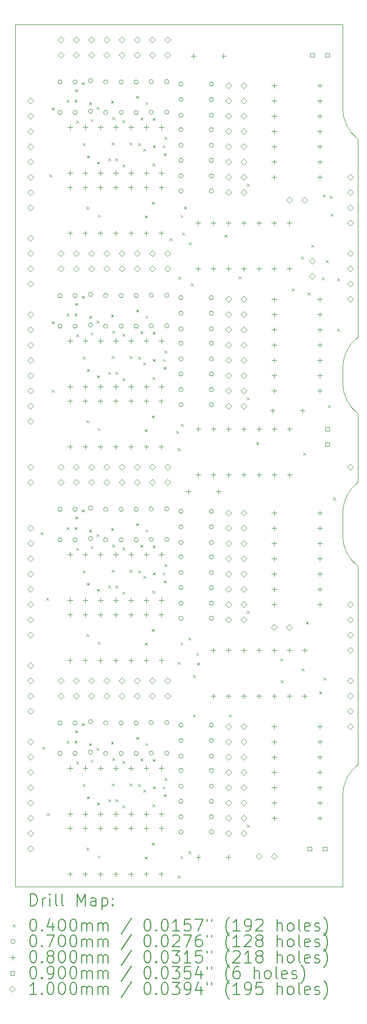
<source format=gbr>
%TF.GenerationSoftware,KiCad,Pcbnew,(6.0.11)*%
%TF.CreationDate,2023-02-25T23:46:15+01:00*%
%TF.ProjectId,mem-decoder,6d656d2d-6465-4636-9f64-65722e6b6963,rev?*%
%TF.SameCoordinates,Original*%
%TF.FileFunction,Drillmap*%
%TF.FilePolarity,Positive*%
%FSLAX45Y45*%
G04 Gerber Fmt 4.5, Leading zero omitted, Abs format (unit mm)*
G04 Created by KiCad (PCBNEW (6.0.11)) date 2023-02-25 23:46:15*
%MOMM*%
%LPD*%
G01*
G04 APERTURE LIST*
%ADD10C,0.100000*%
%ADD11C,0.200000*%
%ADD12C,0.040000*%
%ADD13C,0.070000*%
%ADD14C,0.080000*%
%ADD15C,0.090000*%
G04 APERTURE END LIST*
D10*
X13335000Y-11049000D02*
G75*
G03*
X13589000Y-11557000I635000J0D01*
G01*
X13335000Y-8509000D02*
G75*
G03*
X13589000Y-9017000I635000J0D01*
G01*
X13335000Y-3937000D02*
G75*
G03*
X13589000Y-4445000I635000J0D01*
G01*
X13335000Y-8509000D02*
X13335000Y-8255000D01*
X13589000Y-7747000D02*
G75*
G03*
X13335000Y-8255000I381000J-508000D01*
G01*
X13589000Y-10160000D02*
G75*
G03*
X13335000Y-10668000I381000J-508000D01*
G01*
X13589000Y-14859000D02*
G75*
G03*
X13335000Y-15367000I381000J-508000D01*
G01*
X7874000Y-2540000D02*
X7874000Y-3556000D01*
X13335000Y-2540000D02*
X7874000Y-2540000D01*
X13335000Y-2667000D02*
X13335000Y-2540000D01*
X13335000Y-3937000D02*
X13335000Y-2667000D01*
X13589000Y-7747000D02*
X13589000Y-4445000D01*
X13589000Y-10160000D02*
X13589000Y-9017000D01*
X13335000Y-11049000D02*
X13335000Y-10668000D01*
X13589000Y-14859000D02*
X13589000Y-11557000D01*
X13335000Y-16891000D02*
X13335000Y-15367000D01*
X9525000Y-16891000D02*
X13335000Y-16891000D01*
X7874000Y-16891000D02*
X9525000Y-16891000D01*
X7874000Y-16383000D02*
X7874000Y-16891000D01*
X7874000Y-13335000D02*
X7874000Y-16383000D01*
X7874000Y-10668000D02*
X7874000Y-13335000D01*
X7874000Y-7366000D02*
X7874000Y-10668000D01*
X7874000Y-3937000D02*
X7874000Y-7366000D01*
X7874000Y-3556000D02*
X7874000Y-3937000D01*
D11*
D12*
X8298930Y-10990470D02*
X8338930Y-11030470D01*
X8338930Y-10990470D02*
X8298930Y-11030470D01*
X8323900Y-14559600D02*
X8363900Y-14599600D01*
X8363900Y-14559600D02*
X8323900Y-14599600D01*
X8387400Y-12083100D02*
X8427400Y-12123100D01*
X8427400Y-12083100D02*
X8387400Y-12123100D01*
X8400530Y-15664070D02*
X8440530Y-15704070D01*
X8440530Y-15664070D02*
X8400530Y-15704070D01*
X8440840Y-5036380D02*
X8480840Y-5076380D01*
X8480840Y-5036380D02*
X8440840Y-5076380D01*
X8484378Y-3923681D02*
X8524378Y-3963681D01*
X8524378Y-3923681D02*
X8484378Y-3963681D01*
X8484378Y-7479681D02*
X8524378Y-7519681D01*
X8524378Y-7479681D02*
X8484378Y-7519681D01*
X8484580Y-8616000D02*
X8524580Y-8656000D01*
X8524580Y-8616000D02*
X8484580Y-8656000D01*
X8730000Y-3789000D02*
X8770000Y-3829000D01*
X8770000Y-3789000D02*
X8730000Y-3829000D01*
X8730000Y-7345000D02*
X8770000Y-7385000D01*
X8770000Y-7345000D02*
X8730000Y-7385000D01*
X8730000Y-10901000D02*
X8770000Y-10941000D01*
X8770000Y-10901000D02*
X8730000Y-10941000D01*
X8730000Y-14457000D02*
X8770000Y-14497000D01*
X8770000Y-14457000D02*
X8730000Y-14497000D01*
X8860000Y-3789000D02*
X8900000Y-3829000D01*
X8900000Y-3789000D02*
X8860000Y-3829000D01*
X8860000Y-7345000D02*
X8900000Y-7385000D01*
X8900000Y-7345000D02*
X8860000Y-7385000D01*
X8860000Y-10901000D02*
X8900000Y-10941000D01*
X8900000Y-10901000D02*
X8860000Y-10941000D01*
X8860000Y-14457000D02*
X8900000Y-14497000D01*
X8900000Y-14457000D02*
X8860000Y-14497000D01*
X8870000Y-3619000D02*
X8910000Y-3659000D01*
X8910000Y-3619000D02*
X8870000Y-3659000D01*
X8870000Y-7175000D02*
X8910000Y-7215000D01*
X8910000Y-7175000D02*
X8870000Y-7215000D01*
X8870000Y-10731000D02*
X8910000Y-10771000D01*
X8910000Y-10731000D02*
X8870000Y-10771000D01*
X8870000Y-14287000D02*
X8910000Y-14327000D01*
X8910000Y-14287000D02*
X8870000Y-14327000D01*
X8890000Y-4139000D02*
X8930000Y-4179000D01*
X8930000Y-4139000D02*
X8890000Y-4179000D01*
X8890000Y-7695000D02*
X8930000Y-7735000D01*
X8930000Y-7695000D02*
X8890000Y-7735000D01*
X8890000Y-11251000D02*
X8930000Y-11291000D01*
X8930000Y-11251000D02*
X8890000Y-11291000D01*
X8890000Y-14807000D02*
X8930000Y-14847000D01*
X8930000Y-14807000D02*
X8890000Y-14847000D01*
X8981770Y-3500770D02*
X9021770Y-3540770D01*
X9021770Y-3500770D02*
X8981770Y-3540770D01*
X8981770Y-7056770D02*
X9021770Y-7096770D01*
X9021770Y-7056770D02*
X8981770Y-7096770D01*
X8981770Y-10612770D02*
X9021770Y-10652770D01*
X9021770Y-10612770D02*
X8981770Y-10652770D01*
X8981770Y-14168770D02*
X9021770Y-14208770D01*
X9021770Y-14168770D02*
X8981770Y-14208770D01*
X9000000Y-4509000D02*
X9040000Y-4549000D01*
X9040000Y-4509000D02*
X9000000Y-4549000D01*
X9000000Y-8065000D02*
X9040000Y-8105000D01*
X9040000Y-8065000D02*
X9000000Y-8105000D01*
X9000000Y-11621000D02*
X9040000Y-11661000D01*
X9040000Y-11621000D02*
X9000000Y-11661000D01*
X9000000Y-15177000D02*
X9040000Y-15217000D01*
X9040000Y-15177000D02*
X9000000Y-15217000D01*
X9060000Y-5571450D02*
X9100000Y-5611450D01*
X9100000Y-5571450D02*
X9060000Y-5611450D01*
X9060000Y-9127450D02*
X9100000Y-9167450D01*
X9100000Y-9127450D02*
X9060000Y-9167450D01*
X9060000Y-12683450D02*
X9100000Y-12723450D01*
X9100000Y-12683450D02*
X9060000Y-12723450D01*
X9060000Y-16239450D02*
X9100000Y-16279450D01*
X9100000Y-16239450D02*
X9060000Y-16279450D01*
X9070000Y-4719000D02*
X9110000Y-4759000D01*
X9110000Y-4719000D02*
X9070000Y-4759000D01*
X9070000Y-8275000D02*
X9110000Y-8315000D01*
X9110000Y-8275000D02*
X9070000Y-8315000D01*
X9070000Y-11831000D02*
X9110000Y-11871000D01*
X9110000Y-11831000D02*
X9070000Y-11871000D01*
X9070000Y-15387000D02*
X9110000Y-15427000D01*
X9110000Y-15387000D02*
X9070000Y-15427000D01*
X9105663Y-3833122D02*
X9145663Y-3873122D01*
X9145663Y-3833122D02*
X9105663Y-3873122D01*
X9105663Y-7389122D02*
X9145663Y-7429122D01*
X9145663Y-7389122D02*
X9105663Y-7429122D01*
X9105663Y-10945122D02*
X9145663Y-10985122D01*
X9145663Y-10945122D02*
X9105663Y-10985122D01*
X9105663Y-14501122D02*
X9145663Y-14541122D01*
X9145663Y-14501122D02*
X9105663Y-14541122D01*
X9130000Y-4109000D02*
X9170000Y-4149000D01*
X9170000Y-4109000D02*
X9130000Y-4149000D01*
X9130000Y-7665000D02*
X9170000Y-7705000D01*
X9170000Y-7665000D02*
X9130000Y-7705000D01*
X9130000Y-11221000D02*
X9170000Y-11261000D01*
X9170000Y-11221000D02*
X9130000Y-11261000D01*
X9130000Y-14777000D02*
X9170000Y-14817000D01*
X9170000Y-14777000D02*
X9130000Y-14817000D01*
X9230000Y-3910550D02*
X9270000Y-3950550D01*
X9270000Y-3910550D02*
X9230000Y-3950550D01*
X9230000Y-7466550D02*
X9270000Y-7506550D01*
X9270000Y-7466550D02*
X9230000Y-7506550D01*
X9230000Y-11022550D02*
X9270000Y-11062550D01*
X9270000Y-11022550D02*
X9230000Y-11062550D01*
X9230000Y-14578550D02*
X9270000Y-14618550D01*
X9270000Y-14578550D02*
X9230000Y-14618550D01*
X9238770Y-4821450D02*
X9278770Y-4861450D01*
X9278770Y-4821450D02*
X9238770Y-4861450D01*
X9238770Y-8377450D02*
X9278770Y-8417450D01*
X9278770Y-8377450D02*
X9238770Y-8417450D01*
X9238770Y-11933450D02*
X9278770Y-11973450D01*
X9278770Y-11933450D02*
X9238770Y-11973450D01*
X9238770Y-15489450D02*
X9278770Y-15529450D01*
X9278770Y-15489450D02*
X9238770Y-15529450D01*
X9250000Y-5701450D02*
X9290000Y-5741450D01*
X9290000Y-5701450D02*
X9250000Y-5741450D01*
X9250000Y-9257450D02*
X9290000Y-9297450D01*
X9290000Y-9257450D02*
X9250000Y-9297450D01*
X9250000Y-12813450D02*
X9290000Y-12853450D01*
X9290000Y-12813450D02*
X9250000Y-12853450D01*
X9250000Y-16369450D02*
X9290000Y-16409450D01*
X9290000Y-16369450D02*
X9250000Y-16409450D01*
X9420000Y-4766550D02*
X9460000Y-4806550D01*
X9460000Y-4766550D02*
X9420000Y-4806550D01*
X9420000Y-8322550D02*
X9460000Y-8362550D01*
X9460000Y-8322550D02*
X9420000Y-8362550D01*
X9420000Y-11878550D02*
X9460000Y-11918550D01*
X9460000Y-11878550D02*
X9420000Y-11918550D01*
X9420000Y-15434550D02*
X9460000Y-15474550D01*
X9460000Y-15434550D02*
X9420000Y-15474550D01*
X9470000Y-3809000D02*
X9510000Y-3849000D01*
X9510000Y-3809000D02*
X9470000Y-3849000D01*
X9470000Y-7365000D02*
X9510000Y-7405000D01*
X9510000Y-7365000D02*
X9470000Y-7405000D01*
X9470000Y-10921000D02*
X9510000Y-10961000D01*
X9510000Y-10921000D02*
X9470000Y-10961000D01*
X9470000Y-14477000D02*
X9510000Y-14517000D01*
X9510000Y-14477000D02*
X9470000Y-14517000D01*
X9480000Y-4501450D02*
X9520000Y-4541450D01*
X9520000Y-4501450D02*
X9480000Y-4541450D01*
X9480000Y-8057450D02*
X9520000Y-8097450D01*
X9520000Y-8057450D02*
X9480000Y-8097450D01*
X9480000Y-11613450D02*
X9520000Y-11653450D01*
X9520000Y-11613450D02*
X9480000Y-11653450D01*
X9480000Y-15169450D02*
X9520000Y-15209450D01*
X9520000Y-15169450D02*
X9480000Y-15209450D01*
X9490000Y-4079000D02*
X9530000Y-4119000D01*
X9530000Y-4079000D02*
X9490000Y-4119000D01*
X9490000Y-7635000D02*
X9530000Y-7675000D01*
X9530000Y-7635000D02*
X9490000Y-7675000D01*
X9490000Y-11191000D02*
X9530000Y-11231000D01*
X9530000Y-11191000D02*
X9490000Y-11231000D01*
X9490000Y-14747000D02*
X9530000Y-14787000D01*
X9530000Y-14747000D02*
X9490000Y-14787000D01*
X9542505Y-4766550D02*
X9582505Y-4806550D01*
X9582505Y-4766550D02*
X9542505Y-4806550D01*
X9542505Y-8322550D02*
X9582505Y-8362550D01*
X9582505Y-8322550D02*
X9542505Y-8362550D01*
X9542505Y-11878550D02*
X9582505Y-11918550D01*
X9582505Y-11878550D02*
X9542505Y-11918550D01*
X9542505Y-15434550D02*
X9582505Y-15474550D01*
X9582505Y-15434550D02*
X9542505Y-15474550D01*
X9660000Y-4129000D02*
X9700000Y-4169000D01*
X9700000Y-4129000D02*
X9660000Y-4169000D01*
X9660000Y-4869000D02*
X9700000Y-4909000D01*
X9700000Y-4869000D02*
X9660000Y-4909000D01*
X9660000Y-7685000D02*
X9700000Y-7725000D01*
X9700000Y-7685000D02*
X9660000Y-7725000D01*
X9660000Y-8425000D02*
X9700000Y-8465000D01*
X9700000Y-8425000D02*
X9660000Y-8465000D01*
X9660000Y-11241000D02*
X9700000Y-11281000D01*
X9700000Y-11241000D02*
X9660000Y-11281000D01*
X9660000Y-11981000D02*
X9700000Y-12021000D01*
X9700000Y-11981000D02*
X9660000Y-12021000D01*
X9660000Y-14797000D02*
X9700000Y-14837000D01*
X9700000Y-14797000D02*
X9660000Y-14837000D01*
X9660000Y-15537000D02*
X9700000Y-15577000D01*
X9700000Y-15537000D02*
X9660000Y-15577000D01*
X9780000Y-4501450D02*
X9820000Y-4541450D01*
X9820000Y-4501450D02*
X9780000Y-4541450D01*
X9780000Y-8057450D02*
X9820000Y-8097450D01*
X9820000Y-8057450D02*
X9780000Y-8097450D01*
X9780000Y-11613450D02*
X9820000Y-11653450D01*
X9820000Y-11613450D02*
X9780000Y-11653450D01*
X9780000Y-15169450D02*
X9820000Y-15209450D01*
X9820000Y-15169450D02*
X9780000Y-15209450D01*
X9890000Y-3729000D02*
X9930000Y-3769000D01*
X9930000Y-3729000D02*
X9890000Y-3769000D01*
X9890000Y-7285000D02*
X9930000Y-7325000D01*
X9930000Y-7285000D02*
X9890000Y-7325000D01*
X9890000Y-10841000D02*
X9930000Y-10881000D01*
X9930000Y-10841000D02*
X9890000Y-10881000D01*
X9890000Y-14397000D02*
X9930000Y-14437000D01*
X9930000Y-14397000D02*
X9890000Y-14437000D01*
X9920000Y-4509000D02*
X9960000Y-4549000D01*
X9960000Y-4509000D02*
X9920000Y-4549000D01*
X9920000Y-8065000D02*
X9960000Y-8105000D01*
X9960000Y-8065000D02*
X9920000Y-8105000D01*
X9920000Y-11621000D02*
X9960000Y-11661000D01*
X9960000Y-11621000D02*
X9920000Y-11661000D01*
X9920000Y-15177000D02*
X9960000Y-15217000D01*
X9960000Y-15177000D02*
X9920000Y-15217000D01*
X9960000Y-4089000D02*
X10000000Y-4129000D01*
X10000000Y-4089000D02*
X9960000Y-4129000D01*
X9960000Y-7645000D02*
X10000000Y-7685000D01*
X10000000Y-7645000D02*
X9960000Y-7685000D01*
X9960000Y-11201000D02*
X10000000Y-11241000D01*
X10000000Y-11201000D02*
X9960000Y-11241000D01*
X9960000Y-14757000D02*
X10000000Y-14797000D01*
X10000000Y-14757000D02*
X9960000Y-14797000D01*
X10010000Y-4601550D02*
X10050000Y-4641550D01*
X10050000Y-4601550D02*
X10010000Y-4641550D01*
X10010000Y-8157550D02*
X10050000Y-8197550D01*
X10050000Y-8157550D02*
X10010000Y-8197550D01*
X10010000Y-11713550D02*
X10050000Y-11753550D01*
X10050000Y-11713550D02*
X10010000Y-11753550D01*
X10010000Y-15269550D02*
X10050000Y-15309550D01*
X10050000Y-15269550D02*
X10010000Y-15309550D01*
X10030000Y-5719000D02*
X10070000Y-5759000D01*
X10070000Y-5719000D02*
X10030000Y-5759000D01*
X10030000Y-9275000D02*
X10070000Y-9315000D01*
X10070000Y-9275000D02*
X10030000Y-9315000D01*
X10030000Y-12831000D02*
X10070000Y-12871000D01*
X10070000Y-12831000D02*
X10030000Y-12871000D01*
X10030000Y-16387000D02*
X10070000Y-16427000D01*
X10070000Y-16387000D02*
X10030000Y-16427000D01*
X10044950Y-3829000D02*
X10084950Y-3869000D01*
X10084950Y-3829000D02*
X10044950Y-3869000D01*
X10044950Y-7385000D02*
X10084950Y-7425000D01*
X10084950Y-7385000D02*
X10044950Y-7425000D01*
X10044950Y-10941000D02*
X10084950Y-10981000D01*
X10084950Y-10941000D02*
X10044950Y-10981000D01*
X10044950Y-14497000D02*
X10084950Y-14537000D01*
X10084950Y-14497000D02*
X10044950Y-14537000D01*
X10150000Y-5489000D02*
X10190000Y-5529000D01*
X10190000Y-5489000D02*
X10150000Y-5529000D01*
X10150000Y-9045000D02*
X10190000Y-9085000D01*
X10190000Y-9045000D02*
X10150000Y-9085000D01*
X10150000Y-12601000D02*
X10190000Y-12641000D01*
X10190000Y-12601000D02*
X10150000Y-12641000D01*
X10150000Y-16157000D02*
X10190000Y-16197000D01*
X10190000Y-16157000D02*
X10150000Y-16197000D01*
X10160000Y-4849000D02*
X10200000Y-4889000D01*
X10200000Y-4849000D02*
X10160000Y-4889000D01*
X10160000Y-8405000D02*
X10200000Y-8445000D01*
X10200000Y-8405000D02*
X10160000Y-8445000D01*
X10160000Y-11961000D02*
X10200000Y-12001000D01*
X10200000Y-11961000D02*
X10160000Y-12001000D01*
X10160000Y-15517000D02*
X10200000Y-15557000D01*
X10200000Y-15517000D02*
X10160000Y-15557000D01*
X10163707Y-4099380D02*
X10203707Y-4139380D01*
X10203707Y-4099380D02*
X10163707Y-4139380D01*
X10163707Y-7655380D02*
X10203707Y-7695380D01*
X10203707Y-7655380D02*
X10163707Y-7695380D01*
X10163707Y-11211380D02*
X10203707Y-11251380D01*
X10203707Y-11211380D02*
X10163707Y-11251380D01*
X10163707Y-14767380D02*
X10203707Y-14807380D01*
X10203707Y-14767380D02*
X10163707Y-14807380D01*
X10170000Y-4549000D02*
X10210000Y-4589000D01*
X10210000Y-4549000D02*
X10170000Y-4589000D01*
X10170000Y-8105000D02*
X10210000Y-8145000D01*
X10210000Y-8105000D02*
X10170000Y-8145000D01*
X10170000Y-11661000D02*
X10210000Y-11701000D01*
X10210000Y-11661000D02*
X10170000Y-11701000D01*
X10170000Y-15217000D02*
X10210000Y-15257000D01*
X10210000Y-15217000D02*
X10170000Y-15257000D01*
X10332450Y-4549000D02*
X10372450Y-4589000D01*
X10372450Y-4549000D02*
X10332450Y-4589000D01*
X10332450Y-8105000D02*
X10372450Y-8145000D01*
X10372450Y-8105000D02*
X10332450Y-8145000D01*
X10332450Y-11661000D02*
X10372450Y-11701000D01*
X10372450Y-11661000D02*
X10332450Y-11701000D01*
X10332450Y-15217000D02*
X10372450Y-15257000D01*
X10372450Y-15217000D02*
X10332450Y-15257000D01*
X10350000Y-4679000D02*
X10390000Y-4719000D01*
X10390000Y-4679000D02*
X10350000Y-4719000D01*
X10350000Y-8235000D02*
X10390000Y-8275000D01*
X10390000Y-8235000D02*
X10350000Y-8275000D01*
X10350000Y-11791000D02*
X10390000Y-11831000D01*
X10390000Y-11791000D02*
X10350000Y-11831000D01*
X10350000Y-15347000D02*
X10390000Y-15387000D01*
X10390000Y-15347000D02*
X10350000Y-15387000D01*
X10360000Y-4409000D02*
X10400000Y-4449000D01*
X10400000Y-4409000D02*
X10360000Y-4449000D01*
X10360000Y-7965000D02*
X10400000Y-8005000D01*
X10400000Y-7965000D02*
X10360000Y-8005000D01*
X10360000Y-11521000D02*
X10400000Y-11561000D01*
X10400000Y-11521000D02*
X10360000Y-11561000D01*
X10360000Y-15077000D02*
X10400000Y-15117000D01*
X10400000Y-15077000D02*
X10360000Y-15117000D01*
X10448200Y-6092550D02*
X10488200Y-6132550D01*
X10488200Y-6092550D02*
X10448200Y-6132550D01*
X10559100Y-9305769D02*
X10599100Y-9345769D01*
X10599100Y-9305769D02*
X10559100Y-9345769D01*
X10585000Y-9590000D02*
X10625000Y-9630000D01*
X10625000Y-9590000D02*
X10585000Y-9630000D01*
X10585000Y-13146000D02*
X10625000Y-13186000D01*
X10625000Y-13146000D02*
X10585000Y-13186000D01*
X10585000Y-16702000D02*
X10625000Y-16742000D01*
X10625000Y-16702000D02*
X10585000Y-16742000D01*
X10593600Y-6740000D02*
X10633600Y-6780000D01*
X10633600Y-6740000D02*
X10593600Y-6780000D01*
X10630000Y-5709000D02*
X10670000Y-5749000D01*
X10670000Y-5709000D02*
X10630000Y-5749000D01*
X10630000Y-12821000D02*
X10670000Y-12861000D01*
X10670000Y-12821000D02*
X10630000Y-12861000D01*
X10630000Y-16377000D02*
X10670000Y-16417000D01*
X10670000Y-16377000D02*
X10630000Y-16417000D01*
X10631550Y-9185000D02*
X10671550Y-9225000D01*
X10671550Y-9185000D02*
X10631550Y-9225000D01*
X10656950Y-6001434D02*
X10696950Y-6041434D01*
X10696950Y-6001434D02*
X10656950Y-6041434D01*
X10688450Y-5568000D02*
X10728450Y-5608000D01*
X10728450Y-5568000D02*
X10688450Y-5608000D01*
X10760000Y-12741000D02*
X10800000Y-12781000D01*
X10800000Y-12741000D02*
X10760000Y-12781000D01*
X10760000Y-16297000D02*
X10800000Y-16337000D01*
X10800000Y-16297000D02*
X10760000Y-16337000D01*
X10770000Y-6160000D02*
X10810000Y-6200000D01*
X10810000Y-6160000D02*
X10770000Y-6200000D01*
X10800000Y-6850000D02*
X10840000Y-6890000D01*
X10840000Y-6850000D02*
X10800000Y-6890000D01*
X10837550Y-13369550D02*
X10877550Y-13409550D01*
X10877550Y-13369550D02*
X10837550Y-13409550D01*
X10837550Y-14020000D02*
X10877550Y-14060000D01*
X10877550Y-14020000D02*
X10837550Y-14060000D01*
X10890900Y-12999100D02*
X10930900Y-13039100D01*
X10930900Y-12999100D02*
X10890900Y-13039100D01*
X10902000Y-13160000D02*
X10942000Y-13200000D01*
X10942000Y-13160000D02*
X10902000Y-13200000D01*
X11360000Y-6040000D02*
X11400000Y-6080000D01*
X11400000Y-6040000D02*
X11360000Y-6080000D01*
X11440000Y-14020000D02*
X11480000Y-14060000D01*
X11480000Y-14020000D02*
X11440000Y-14060000D01*
X11600906Y-6727556D02*
X11640906Y-6767556D01*
X11640906Y-6727556D02*
X11600906Y-6767556D01*
X11736450Y-5187000D02*
X11776450Y-5227000D01*
X11776450Y-5187000D02*
X11736450Y-5227000D01*
X11736450Y-8743000D02*
X11776450Y-8783000D01*
X11776450Y-8743000D02*
X11736450Y-8783000D01*
X11736450Y-12299000D02*
X11776450Y-12339000D01*
X11776450Y-12299000D02*
X11736450Y-12339000D01*
X11736450Y-15855000D02*
X11776450Y-15895000D01*
X11776450Y-15855000D02*
X11736450Y-15895000D01*
X11890000Y-9490000D02*
X11930000Y-9530000D01*
X11930000Y-9490000D02*
X11890000Y-9530000D01*
X12290000Y-13090000D02*
X12330000Y-13130000D01*
X12330000Y-13090000D02*
X12290000Y-13130000D01*
X12300000Y-13450000D02*
X12340000Y-13490000D01*
X12340000Y-13450000D02*
X12300000Y-13490000D01*
X12490000Y-6930000D02*
X12530000Y-6970000D01*
X12530000Y-6930000D02*
X12490000Y-6970000D01*
X12640750Y-6400750D02*
X12680750Y-6440750D01*
X12680750Y-6400750D02*
X12640750Y-6440750D01*
X12650000Y-13260000D02*
X12690000Y-13300000D01*
X12690000Y-13260000D02*
X12650000Y-13300000D01*
X12671230Y-9668770D02*
X12711230Y-9708770D01*
X12711230Y-9668770D02*
X12671230Y-9708770D01*
X12720000Y-12480000D02*
X12760000Y-12520000D01*
X12760000Y-12480000D02*
X12720000Y-12520000D01*
X12752450Y-7002450D02*
X12792450Y-7042450D01*
X12792450Y-7002450D02*
X12752450Y-7042450D01*
X12807000Y-6203000D02*
X12847000Y-6243000D01*
X12847000Y-6203000D02*
X12807000Y-6243000D01*
X12940000Y-13640000D02*
X12980000Y-13680000D01*
X12980000Y-13640000D02*
X12940000Y-13680000D01*
X12985000Y-6745000D02*
X13025000Y-6785000D01*
X13025000Y-6745000D02*
X12985000Y-6785000D01*
X13006450Y-5365000D02*
X13046450Y-5405000D01*
X13046450Y-5365000D02*
X13006450Y-5405000D01*
X13011230Y-13411230D02*
X13051230Y-13451230D01*
X13051230Y-13411230D02*
X13011230Y-13451230D01*
X13052550Y-6457000D02*
X13092550Y-6497000D01*
X13092550Y-6457000D02*
X13052550Y-6497000D01*
X13086543Y-8868998D02*
X13126543Y-8908998D01*
X13126543Y-8868998D02*
X13086543Y-8908998D01*
X13116230Y-5393770D02*
X13156230Y-5433770D01*
X13156230Y-5393770D02*
X13116230Y-5433770D01*
X13130000Y-5690000D02*
X13170000Y-5730000D01*
X13170000Y-5690000D02*
X13130000Y-5730000D01*
X13172450Y-10410000D02*
X13212450Y-10450000D01*
X13212450Y-10410000D02*
X13172450Y-10450000D01*
X13242450Y-6765550D02*
X13282450Y-6805550D01*
X13282450Y-6765550D02*
X13242450Y-6805550D01*
X13242450Y-7600000D02*
X13282450Y-7640000D01*
X13282450Y-7600000D02*
X13242450Y-7640000D01*
D13*
X8655000Y-3495000D02*
G75*
G03*
X8655000Y-3495000I-35000J0D01*
G01*
X8655000Y-4003000D02*
G75*
G03*
X8655000Y-4003000I-35000J0D01*
G01*
X8655000Y-7051000D02*
G75*
G03*
X8655000Y-7051000I-35000J0D01*
G01*
X8655000Y-7559000D02*
G75*
G03*
X8655000Y-7559000I-35000J0D01*
G01*
X8655000Y-10607000D02*
G75*
G03*
X8655000Y-10607000I-35000J0D01*
G01*
X8655000Y-11115000D02*
G75*
G03*
X8655000Y-11115000I-35000J0D01*
G01*
X8655000Y-14163000D02*
G75*
G03*
X8655000Y-14163000I-35000J0D01*
G01*
X8655000Y-14671000D02*
G75*
G03*
X8655000Y-14671000I-35000J0D01*
G01*
X8905000Y-3495000D02*
G75*
G03*
X8905000Y-3495000I-35000J0D01*
G01*
X8905000Y-4003000D02*
G75*
G03*
X8905000Y-4003000I-35000J0D01*
G01*
X8905000Y-7051000D02*
G75*
G03*
X8905000Y-7051000I-35000J0D01*
G01*
X8905000Y-7559000D02*
G75*
G03*
X8905000Y-7559000I-35000J0D01*
G01*
X8905000Y-10607000D02*
G75*
G03*
X8905000Y-10607000I-35000J0D01*
G01*
X8905000Y-11115000D02*
G75*
G03*
X8905000Y-11115000I-35000J0D01*
G01*
X8905000Y-14163000D02*
G75*
G03*
X8905000Y-14163000I-35000J0D01*
G01*
X8905000Y-14671000D02*
G75*
G03*
X8905000Y-14671000I-35000J0D01*
G01*
X9165000Y-3475000D02*
G75*
G03*
X9165000Y-3475000I-35000J0D01*
G01*
X9165000Y-3983000D02*
G75*
G03*
X9165000Y-3983000I-35000J0D01*
G01*
X9165000Y-7031000D02*
G75*
G03*
X9165000Y-7031000I-35000J0D01*
G01*
X9165000Y-7539000D02*
G75*
G03*
X9165000Y-7539000I-35000J0D01*
G01*
X9165000Y-10587000D02*
G75*
G03*
X9165000Y-10587000I-35000J0D01*
G01*
X9165000Y-11095000D02*
G75*
G03*
X9165000Y-11095000I-35000J0D01*
G01*
X9165000Y-14143000D02*
G75*
G03*
X9165000Y-14143000I-35000J0D01*
G01*
X9165000Y-14651000D02*
G75*
G03*
X9165000Y-14651000I-35000J0D01*
G01*
X9415000Y-3495000D02*
G75*
G03*
X9415000Y-3495000I-35000J0D01*
G01*
X9415000Y-4003000D02*
G75*
G03*
X9415000Y-4003000I-35000J0D01*
G01*
X9415000Y-7051000D02*
G75*
G03*
X9415000Y-7051000I-35000J0D01*
G01*
X9415000Y-7559000D02*
G75*
G03*
X9415000Y-7559000I-35000J0D01*
G01*
X9415000Y-10607000D02*
G75*
G03*
X9415000Y-10607000I-35000J0D01*
G01*
X9415000Y-11115000D02*
G75*
G03*
X9415000Y-11115000I-35000J0D01*
G01*
X9415000Y-14163000D02*
G75*
G03*
X9415000Y-14163000I-35000J0D01*
G01*
X9415000Y-14671000D02*
G75*
G03*
X9415000Y-14671000I-35000J0D01*
G01*
X9675000Y-3495000D02*
G75*
G03*
X9675000Y-3495000I-35000J0D01*
G01*
X9675000Y-4003000D02*
G75*
G03*
X9675000Y-4003000I-35000J0D01*
G01*
X9675000Y-7051000D02*
G75*
G03*
X9675000Y-7051000I-35000J0D01*
G01*
X9675000Y-7559000D02*
G75*
G03*
X9675000Y-7559000I-35000J0D01*
G01*
X9675000Y-10607000D02*
G75*
G03*
X9675000Y-10607000I-35000J0D01*
G01*
X9675000Y-11115000D02*
G75*
G03*
X9675000Y-11115000I-35000J0D01*
G01*
X9675000Y-14163000D02*
G75*
G03*
X9675000Y-14163000I-35000J0D01*
G01*
X9675000Y-14671000D02*
G75*
G03*
X9675000Y-14671000I-35000J0D01*
G01*
X9925000Y-3495000D02*
G75*
G03*
X9925000Y-3495000I-35000J0D01*
G01*
X9925000Y-4003000D02*
G75*
G03*
X9925000Y-4003000I-35000J0D01*
G01*
X9925000Y-7051000D02*
G75*
G03*
X9925000Y-7051000I-35000J0D01*
G01*
X9925000Y-7559000D02*
G75*
G03*
X9925000Y-7559000I-35000J0D01*
G01*
X9925000Y-10607000D02*
G75*
G03*
X9925000Y-10607000I-35000J0D01*
G01*
X9925000Y-11115000D02*
G75*
G03*
X9925000Y-11115000I-35000J0D01*
G01*
X9925000Y-14163000D02*
G75*
G03*
X9925000Y-14163000I-35000J0D01*
G01*
X9925000Y-14671000D02*
G75*
G03*
X9925000Y-14671000I-35000J0D01*
G01*
X10175000Y-3489000D02*
G75*
G03*
X10175000Y-3489000I-35000J0D01*
G01*
X10175000Y-3997000D02*
G75*
G03*
X10175000Y-3997000I-35000J0D01*
G01*
X10175000Y-7045000D02*
G75*
G03*
X10175000Y-7045000I-35000J0D01*
G01*
X10175000Y-7553000D02*
G75*
G03*
X10175000Y-7553000I-35000J0D01*
G01*
X10175000Y-10601000D02*
G75*
G03*
X10175000Y-10601000I-35000J0D01*
G01*
X10175000Y-11109000D02*
G75*
G03*
X10175000Y-11109000I-35000J0D01*
G01*
X10175000Y-14157000D02*
G75*
G03*
X10175000Y-14157000I-35000J0D01*
G01*
X10175000Y-14665000D02*
G75*
G03*
X10175000Y-14665000I-35000J0D01*
G01*
X10435000Y-3489000D02*
G75*
G03*
X10435000Y-3489000I-35000J0D01*
G01*
X10435000Y-3997000D02*
G75*
G03*
X10435000Y-3997000I-35000J0D01*
G01*
X10435000Y-7045000D02*
G75*
G03*
X10435000Y-7045000I-35000J0D01*
G01*
X10435000Y-7553000D02*
G75*
G03*
X10435000Y-7553000I-35000J0D01*
G01*
X10435000Y-10601000D02*
G75*
G03*
X10435000Y-10601000I-35000J0D01*
G01*
X10435000Y-11109000D02*
G75*
G03*
X10435000Y-11109000I-35000J0D01*
G01*
X10435000Y-14157000D02*
G75*
G03*
X10435000Y-14157000I-35000J0D01*
G01*
X10435000Y-14665000D02*
G75*
G03*
X10435000Y-14665000I-35000J0D01*
G01*
X10671000Y-3529000D02*
G75*
G03*
X10671000Y-3529000I-35000J0D01*
G01*
X10671000Y-3789000D02*
G75*
G03*
X10671000Y-3789000I-35000J0D01*
G01*
X10671000Y-4049000D02*
G75*
G03*
X10671000Y-4049000I-35000J0D01*
G01*
X10671000Y-4289000D02*
G75*
G03*
X10671000Y-4289000I-35000J0D01*
G01*
X10671000Y-4549000D02*
G75*
G03*
X10671000Y-4549000I-35000J0D01*
G01*
X10671000Y-4799000D02*
G75*
G03*
X10671000Y-4799000I-35000J0D01*
G01*
X10671000Y-5059000D02*
G75*
G03*
X10671000Y-5059000I-35000J0D01*
G01*
X10671000Y-5309000D02*
G75*
G03*
X10671000Y-5309000I-35000J0D01*
G01*
X10671000Y-7085000D02*
G75*
G03*
X10671000Y-7085000I-35000J0D01*
G01*
X10671000Y-7345000D02*
G75*
G03*
X10671000Y-7345000I-35000J0D01*
G01*
X10671000Y-7605000D02*
G75*
G03*
X10671000Y-7605000I-35000J0D01*
G01*
X10671000Y-7845000D02*
G75*
G03*
X10671000Y-7845000I-35000J0D01*
G01*
X10671000Y-8105000D02*
G75*
G03*
X10671000Y-8105000I-35000J0D01*
G01*
X10671000Y-8355000D02*
G75*
G03*
X10671000Y-8355000I-35000J0D01*
G01*
X10671000Y-8615000D02*
G75*
G03*
X10671000Y-8615000I-35000J0D01*
G01*
X10671000Y-8865000D02*
G75*
G03*
X10671000Y-8865000I-35000J0D01*
G01*
X10671000Y-10641000D02*
G75*
G03*
X10671000Y-10641000I-35000J0D01*
G01*
X10671000Y-10901000D02*
G75*
G03*
X10671000Y-10901000I-35000J0D01*
G01*
X10671000Y-11161000D02*
G75*
G03*
X10671000Y-11161000I-35000J0D01*
G01*
X10671000Y-11401000D02*
G75*
G03*
X10671000Y-11401000I-35000J0D01*
G01*
X10671000Y-11661000D02*
G75*
G03*
X10671000Y-11661000I-35000J0D01*
G01*
X10671000Y-11911000D02*
G75*
G03*
X10671000Y-11911000I-35000J0D01*
G01*
X10671000Y-12171000D02*
G75*
G03*
X10671000Y-12171000I-35000J0D01*
G01*
X10671000Y-12421000D02*
G75*
G03*
X10671000Y-12421000I-35000J0D01*
G01*
X10671000Y-14197000D02*
G75*
G03*
X10671000Y-14197000I-35000J0D01*
G01*
X10671000Y-14457000D02*
G75*
G03*
X10671000Y-14457000I-35000J0D01*
G01*
X10671000Y-14717000D02*
G75*
G03*
X10671000Y-14717000I-35000J0D01*
G01*
X10671000Y-14957000D02*
G75*
G03*
X10671000Y-14957000I-35000J0D01*
G01*
X10671000Y-15217000D02*
G75*
G03*
X10671000Y-15217000I-35000J0D01*
G01*
X10671000Y-15467000D02*
G75*
G03*
X10671000Y-15467000I-35000J0D01*
G01*
X10671000Y-15727000D02*
G75*
G03*
X10671000Y-15727000I-35000J0D01*
G01*
X10671000Y-15977000D02*
G75*
G03*
X10671000Y-15977000I-35000J0D01*
G01*
X11179000Y-3529000D02*
G75*
G03*
X11179000Y-3529000I-35000J0D01*
G01*
X11179000Y-3789000D02*
G75*
G03*
X11179000Y-3789000I-35000J0D01*
G01*
X11179000Y-4049000D02*
G75*
G03*
X11179000Y-4049000I-35000J0D01*
G01*
X11179000Y-4289000D02*
G75*
G03*
X11179000Y-4289000I-35000J0D01*
G01*
X11179000Y-4549000D02*
G75*
G03*
X11179000Y-4549000I-35000J0D01*
G01*
X11179000Y-4799000D02*
G75*
G03*
X11179000Y-4799000I-35000J0D01*
G01*
X11179000Y-5059000D02*
G75*
G03*
X11179000Y-5059000I-35000J0D01*
G01*
X11179000Y-5309000D02*
G75*
G03*
X11179000Y-5309000I-35000J0D01*
G01*
X11179000Y-7085000D02*
G75*
G03*
X11179000Y-7085000I-35000J0D01*
G01*
X11179000Y-7345000D02*
G75*
G03*
X11179000Y-7345000I-35000J0D01*
G01*
X11179000Y-7605000D02*
G75*
G03*
X11179000Y-7605000I-35000J0D01*
G01*
X11179000Y-7845000D02*
G75*
G03*
X11179000Y-7845000I-35000J0D01*
G01*
X11179000Y-8105000D02*
G75*
G03*
X11179000Y-8105000I-35000J0D01*
G01*
X11179000Y-8355000D02*
G75*
G03*
X11179000Y-8355000I-35000J0D01*
G01*
X11179000Y-8615000D02*
G75*
G03*
X11179000Y-8615000I-35000J0D01*
G01*
X11179000Y-8865000D02*
G75*
G03*
X11179000Y-8865000I-35000J0D01*
G01*
X11179000Y-10641000D02*
G75*
G03*
X11179000Y-10641000I-35000J0D01*
G01*
X11179000Y-10901000D02*
G75*
G03*
X11179000Y-10901000I-35000J0D01*
G01*
X11179000Y-11161000D02*
G75*
G03*
X11179000Y-11161000I-35000J0D01*
G01*
X11179000Y-11401000D02*
G75*
G03*
X11179000Y-11401000I-35000J0D01*
G01*
X11179000Y-11661000D02*
G75*
G03*
X11179000Y-11661000I-35000J0D01*
G01*
X11179000Y-11911000D02*
G75*
G03*
X11179000Y-11911000I-35000J0D01*
G01*
X11179000Y-12171000D02*
G75*
G03*
X11179000Y-12171000I-35000J0D01*
G01*
X11179000Y-12421000D02*
G75*
G03*
X11179000Y-12421000I-35000J0D01*
G01*
X11179000Y-14197000D02*
G75*
G03*
X11179000Y-14197000I-35000J0D01*
G01*
X11179000Y-14457000D02*
G75*
G03*
X11179000Y-14457000I-35000J0D01*
G01*
X11179000Y-14717000D02*
G75*
G03*
X11179000Y-14717000I-35000J0D01*
G01*
X11179000Y-14957000D02*
G75*
G03*
X11179000Y-14957000I-35000J0D01*
G01*
X11179000Y-15217000D02*
G75*
G03*
X11179000Y-15217000I-35000J0D01*
G01*
X11179000Y-15467000D02*
G75*
G03*
X11179000Y-15467000I-35000J0D01*
G01*
X11179000Y-15727000D02*
G75*
G03*
X11179000Y-15727000I-35000J0D01*
G01*
X11179000Y-15977000D02*
G75*
G03*
X11179000Y-15977000I-35000J0D01*
G01*
D14*
X8783500Y-5209000D02*
X8783500Y-5289000D01*
X8743500Y-5249000D02*
X8823500Y-5249000D01*
X8783500Y-5971000D02*
X8783500Y-6051000D01*
X8743500Y-6011000D02*
X8823500Y-6011000D01*
X8783500Y-8765000D02*
X8783500Y-8845000D01*
X8743500Y-8805000D02*
X8823500Y-8805000D01*
X8783500Y-9527000D02*
X8783500Y-9607000D01*
X8743500Y-9567000D02*
X8823500Y-9567000D01*
X8783500Y-12321000D02*
X8783500Y-12401000D01*
X8743500Y-12361000D02*
X8823500Y-12361000D01*
X8783500Y-13083000D02*
X8783500Y-13163000D01*
X8743500Y-13123000D02*
X8823500Y-13123000D01*
X8783500Y-15877000D02*
X8783500Y-15957000D01*
X8743500Y-15917000D02*
X8823500Y-15917000D01*
X8783500Y-16639000D02*
X8783500Y-16719000D01*
X8743500Y-16679000D02*
X8823500Y-16679000D01*
X8786000Y-4209000D02*
X8786000Y-4289000D01*
X8746000Y-4249000D02*
X8826000Y-4249000D01*
X8786000Y-4971000D02*
X8786000Y-5051000D01*
X8746000Y-5011000D02*
X8826000Y-5011000D01*
X8786000Y-7765000D02*
X8786000Y-7845000D01*
X8746000Y-7805000D02*
X8826000Y-7805000D01*
X8786000Y-8527000D02*
X8786000Y-8607000D01*
X8746000Y-8567000D02*
X8826000Y-8567000D01*
X8786000Y-11321000D02*
X8786000Y-11401000D01*
X8746000Y-11361000D02*
X8826000Y-11361000D01*
X8786000Y-12083000D02*
X8786000Y-12163000D01*
X8746000Y-12123000D02*
X8826000Y-12123000D01*
X8786000Y-14877000D02*
X8786000Y-14957000D01*
X8746000Y-14917000D02*
X8826000Y-14917000D01*
X8786000Y-15639000D02*
X8786000Y-15719000D01*
X8746000Y-15679000D02*
X8826000Y-15679000D01*
X9037500Y-5209000D02*
X9037500Y-5289000D01*
X8997500Y-5249000D02*
X9077500Y-5249000D01*
X9037500Y-5971000D02*
X9037500Y-6051000D01*
X8997500Y-6011000D02*
X9077500Y-6011000D01*
X9037500Y-8765000D02*
X9037500Y-8845000D01*
X8997500Y-8805000D02*
X9077500Y-8805000D01*
X9037500Y-9527000D02*
X9037500Y-9607000D01*
X8997500Y-9567000D02*
X9077500Y-9567000D01*
X9037500Y-12321000D02*
X9037500Y-12401000D01*
X8997500Y-12361000D02*
X9077500Y-12361000D01*
X9037500Y-13083000D02*
X9037500Y-13163000D01*
X8997500Y-13123000D02*
X9077500Y-13123000D01*
X9037500Y-15877000D02*
X9037500Y-15957000D01*
X8997500Y-15917000D02*
X9077500Y-15917000D01*
X9037500Y-16639000D02*
X9037500Y-16719000D01*
X8997500Y-16679000D02*
X9077500Y-16679000D01*
X9040000Y-4209000D02*
X9040000Y-4289000D01*
X9000000Y-4249000D02*
X9080000Y-4249000D01*
X9040000Y-4971000D02*
X9040000Y-5051000D01*
X9000000Y-5011000D02*
X9080000Y-5011000D01*
X9040000Y-7765000D02*
X9040000Y-7845000D01*
X9000000Y-7805000D02*
X9080000Y-7805000D01*
X9040000Y-8527000D02*
X9040000Y-8607000D01*
X9000000Y-8567000D02*
X9080000Y-8567000D01*
X9040000Y-11321000D02*
X9040000Y-11401000D01*
X9000000Y-11361000D02*
X9080000Y-11361000D01*
X9040000Y-12083000D02*
X9040000Y-12163000D01*
X9000000Y-12123000D02*
X9080000Y-12123000D01*
X9040000Y-14877000D02*
X9040000Y-14957000D01*
X9000000Y-14917000D02*
X9080000Y-14917000D01*
X9040000Y-15639000D02*
X9040000Y-15719000D01*
X9000000Y-15679000D02*
X9080000Y-15679000D01*
X9291500Y-5209000D02*
X9291500Y-5289000D01*
X9251500Y-5249000D02*
X9331500Y-5249000D01*
X9291500Y-5971000D02*
X9291500Y-6051000D01*
X9251500Y-6011000D02*
X9331500Y-6011000D01*
X9291500Y-8765000D02*
X9291500Y-8845000D01*
X9251500Y-8805000D02*
X9331500Y-8805000D01*
X9291500Y-9527000D02*
X9291500Y-9607000D01*
X9251500Y-9567000D02*
X9331500Y-9567000D01*
X9291500Y-12321000D02*
X9291500Y-12401000D01*
X9251500Y-12361000D02*
X9331500Y-12361000D01*
X9291500Y-13083000D02*
X9291500Y-13163000D01*
X9251500Y-13123000D02*
X9331500Y-13123000D01*
X9291500Y-15877000D02*
X9291500Y-15957000D01*
X9251500Y-15917000D02*
X9331500Y-15917000D01*
X9291500Y-16639000D02*
X9291500Y-16719000D01*
X9251500Y-16679000D02*
X9331500Y-16679000D01*
X9294000Y-4209000D02*
X9294000Y-4289000D01*
X9254000Y-4249000D02*
X9334000Y-4249000D01*
X9294000Y-4971000D02*
X9294000Y-5051000D01*
X9254000Y-5011000D02*
X9334000Y-5011000D01*
X9294000Y-7765000D02*
X9294000Y-7845000D01*
X9254000Y-7805000D02*
X9334000Y-7805000D01*
X9294000Y-8527000D02*
X9294000Y-8607000D01*
X9254000Y-8567000D02*
X9334000Y-8567000D01*
X9294000Y-11321000D02*
X9294000Y-11401000D01*
X9254000Y-11361000D02*
X9334000Y-11361000D01*
X9294000Y-12083000D02*
X9294000Y-12163000D01*
X9254000Y-12123000D02*
X9334000Y-12123000D01*
X9294000Y-14877000D02*
X9294000Y-14957000D01*
X9254000Y-14917000D02*
X9334000Y-14917000D01*
X9294000Y-15639000D02*
X9294000Y-15719000D01*
X9254000Y-15679000D02*
X9334000Y-15679000D01*
X9545500Y-5209000D02*
X9545500Y-5289000D01*
X9505500Y-5249000D02*
X9585500Y-5249000D01*
X9545500Y-5971000D02*
X9545500Y-6051000D01*
X9505500Y-6011000D02*
X9585500Y-6011000D01*
X9545500Y-8765000D02*
X9545500Y-8845000D01*
X9505500Y-8805000D02*
X9585500Y-8805000D01*
X9545500Y-9527000D02*
X9545500Y-9607000D01*
X9505500Y-9567000D02*
X9585500Y-9567000D01*
X9545500Y-12321000D02*
X9545500Y-12401000D01*
X9505500Y-12361000D02*
X9585500Y-12361000D01*
X9545500Y-13083000D02*
X9545500Y-13163000D01*
X9505500Y-13123000D02*
X9585500Y-13123000D01*
X9545500Y-15877000D02*
X9545500Y-15957000D01*
X9505500Y-15917000D02*
X9585500Y-15917000D01*
X9545500Y-16639000D02*
X9545500Y-16719000D01*
X9505500Y-16679000D02*
X9585500Y-16679000D01*
X9548000Y-4209000D02*
X9548000Y-4289000D01*
X9508000Y-4249000D02*
X9588000Y-4249000D01*
X9548000Y-4971000D02*
X9548000Y-5051000D01*
X9508000Y-5011000D02*
X9588000Y-5011000D01*
X9548000Y-7765000D02*
X9548000Y-7845000D01*
X9508000Y-7805000D02*
X9588000Y-7805000D01*
X9548000Y-8527000D02*
X9548000Y-8607000D01*
X9508000Y-8567000D02*
X9588000Y-8567000D01*
X9548000Y-11321000D02*
X9548000Y-11401000D01*
X9508000Y-11361000D02*
X9588000Y-11361000D01*
X9548000Y-12083000D02*
X9548000Y-12163000D01*
X9508000Y-12123000D02*
X9588000Y-12123000D01*
X9548000Y-14877000D02*
X9548000Y-14957000D01*
X9508000Y-14917000D02*
X9588000Y-14917000D01*
X9548000Y-15639000D02*
X9548000Y-15719000D01*
X9508000Y-15679000D02*
X9588000Y-15679000D01*
X9799500Y-5209000D02*
X9799500Y-5289000D01*
X9759500Y-5249000D02*
X9839500Y-5249000D01*
X9799500Y-5971000D02*
X9799500Y-6051000D01*
X9759500Y-6011000D02*
X9839500Y-6011000D01*
X9799500Y-8765000D02*
X9799500Y-8845000D01*
X9759500Y-8805000D02*
X9839500Y-8805000D01*
X9799500Y-9527000D02*
X9799500Y-9607000D01*
X9759500Y-9567000D02*
X9839500Y-9567000D01*
X9799500Y-12321000D02*
X9799500Y-12401000D01*
X9759500Y-12361000D02*
X9839500Y-12361000D01*
X9799500Y-13083000D02*
X9799500Y-13163000D01*
X9759500Y-13123000D02*
X9839500Y-13123000D01*
X9799500Y-15877000D02*
X9799500Y-15957000D01*
X9759500Y-15917000D02*
X9839500Y-15917000D01*
X9799500Y-16639000D02*
X9799500Y-16719000D01*
X9759500Y-16679000D02*
X9839500Y-16679000D01*
X9802000Y-4209000D02*
X9802000Y-4289000D01*
X9762000Y-4249000D02*
X9842000Y-4249000D01*
X9802000Y-4971000D02*
X9802000Y-5051000D01*
X9762000Y-5011000D02*
X9842000Y-5011000D01*
X9802000Y-7765000D02*
X9802000Y-7845000D01*
X9762000Y-7805000D02*
X9842000Y-7805000D01*
X9802000Y-8527000D02*
X9802000Y-8607000D01*
X9762000Y-8567000D02*
X9842000Y-8567000D01*
X9802000Y-11321000D02*
X9802000Y-11401000D01*
X9762000Y-11361000D02*
X9842000Y-11361000D01*
X9802000Y-12083000D02*
X9802000Y-12163000D01*
X9762000Y-12123000D02*
X9842000Y-12123000D01*
X9802000Y-14877000D02*
X9802000Y-14957000D01*
X9762000Y-14917000D02*
X9842000Y-14917000D01*
X9802000Y-15639000D02*
X9802000Y-15719000D01*
X9762000Y-15679000D02*
X9842000Y-15679000D01*
X10053500Y-5209000D02*
X10053500Y-5289000D01*
X10013500Y-5249000D02*
X10093500Y-5249000D01*
X10053500Y-5971000D02*
X10053500Y-6051000D01*
X10013500Y-6011000D02*
X10093500Y-6011000D01*
X10053500Y-8765000D02*
X10053500Y-8845000D01*
X10013500Y-8805000D02*
X10093500Y-8805000D01*
X10053500Y-9527000D02*
X10053500Y-9607000D01*
X10013500Y-9567000D02*
X10093500Y-9567000D01*
X10053500Y-12321000D02*
X10053500Y-12401000D01*
X10013500Y-12361000D02*
X10093500Y-12361000D01*
X10053500Y-13083000D02*
X10053500Y-13163000D01*
X10013500Y-13123000D02*
X10093500Y-13123000D01*
X10053500Y-15877000D02*
X10053500Y-15957000D01*
X10013500Y-15917000D02*
X10093500Y-15917000D01*
X10053500Y-16639000D02*
X10053500Y-16719000D01*
X10013500Y-16679000D02*
X10093500Y-16679000D01*
X10056000Y-4209000D02*
X10056000Y-4289000D01*
X10016000Y-4249000D02*
X10096000Y-4249000D01*
X10056000Y-4971000D02*
X10056000Y-5051000D01*
X10016000Y-5011000D02*
X10096000Y-5011000D01*
X10056000Y-7765000D02*
X10056000Y-7845000D01*
X10016000Y-7805000D02*
X10096000Y-7805000D01*
X10056000Y-8527000D02*
X10056000Y-8607000D01*
X10016000Y-8567000D02*
X10096000Y-8567000D01*
X10056000Y-11321000D02*
X10056000Y-11401000D01*
X10016000Y-11361000D02*
X10096000Y-11361000D01*
X10056000Y-12083000D02*
X10056000Y-12163000D01*
X10016000Y-12123000D02*
X10096000Y-12123000D01*
X10056000Y-14877000D02*
X10056000Y-14957000D01*
X10016000Y-14917000D02*
X10096000Y-14917000D01*
X10056000Y-15639000D02*
X10056000Y-15719000D01*
X10016000Y-15679000D02*
X10096000Y-15679000D01*
X10307500Y-5209000D02*
X10307500Y-5289000D01*
X10267500Y-5249000D02*
X10347500Y-5249000D01*
X10307500Y-5971000D02*
X10307500Y-6051000D01*
X10267500Y-6011000D02*
X10347500Y-6011000D01*
X10307500Y-8765000D02*
X10307500Y-8845000D01*
X10267500Y-8805000D02*
X10347500Y-8805000D01*
X10307500Y-9527000D02*
X10307500Y-9607000D01*
X10267500Y-9567000D02*
X10347500Y-9567000D01*
X10307500Y-12321000D02*
X10307500Y-12401000D01*
X10267500Y-12361000D02*
X10347500Y-12361000D01*
X10307500Y-13083000D02*
X10307500Y-13163000D01*
X10267500Y-13123000D02*
X10347500Y-13123000D01*
X10307500Y-15877000D02*
X10307500Y-15957000D01*
X10267500Y-15917000D02*
X10347500Y-15917000D01*
X10307500Y-16639000D02*
X10307500Y-16719000D01*
X10267500Y-16679000D02*
X10347500Y-16679000D01*
X10310000Y-4209000D02*
X10310000Y-4289000D01*
X10270000Y-4249000D02*
X10350000Y-4249000D01*
X10310000Y-4971000D02*
X10310000Y-5051000D01*
X10270000Y-5011000D02*
X10350000Y-5011000D01*
X10310000Y-7765000D02*
X10310000Y-7845000D01*
X10270000Y-7805000D02*
X10350000Y-7805000D01*
X10310000Y-8527000D02*
X10310000Y-8607000D01*
X10270000Y-8567000D02*
X10350000Y-8567000D01*
X10310000Y-11321000D02*
X10310000Y-11401000D01*
X10270000Y-11361000D02*
X10350000Y-11361000D01*
X10310000Y-12083000D02*
X10310000Y-12163000D01*
X10270000Y-12123000D02*
X10350000Y-12123000D01*
X10310000Y-14877000D02*
X10310000Y-14957000D01*
X10270000Y-14917000D02*
X10350000Y-14917000D01*
X10310000Y-15639000D02*
X10310000Y-15719000D01*
X10270000Y-15679000D02*
X10350000Y-15679000D01*
X10760900Y-10272400D02*
X10760900Y-10352400D01*
X10720900Y-10312400D02*
X10800900Y-10312400D01*
X10845800Y-3020700D02*
X10845800Y-3100700D01*
X10805800Y-3060700D02*
X10885800Y-3060700D01*
X10922000Y-5802000D02*
X10922000Y-5882000D01*
X10882000Y-5842000D02*
X10962000Y-5842000D01*
X10922000Y-6564000D02*
X10922000Y-6644000D01*
X10882000Y-6604000D02*
X10962000Y-6604000D01*
X10922500Y-9232000D02*
X10922500Y-9312000D01*
X10882500Y-9272000D02*
X10962500Y-9272000D01*
X10922500Y-9994000D02*
X10922500Y-10074000D01*
X10882500Y-10034000D02*
X10962500Y-10034000D01*
X10926000Y-16355700D02*
X10926000Y-16435700D01*
X10886000Y-16395700D02*
X10966000Y-16395700D01*
X11176000Y-5802000D02*
X11176000Y-5882000D01*
X11136000Y-5842000D02*
X11216000Y-5842000D01*
X11176000Y-6564000D02*
X11176000Y-6644000D01*
X11136000Y-6604000D02*
X11216000Y-6604000D01*
X11176000Y-12914000D02*
X11176000Y-12994000D01*
X11136000Y-12954000D02*
X11216000Y-12954000D01*
X11176000Y-13676000D02*
X11176000Y-13756000D01*
X11136000Y-13716000D02*
X11216000Y-13716000D01*
X11176500Y-9232000D02*
X11176500Y-9312000D01*
X11136500Y-9272000D02*
X11216500Y-9272000D01*
X11176500Y-9994000D02*
X11176500Y-10074000D01*
X11136500Y-10034000D02*
X11216500Y-10034000D01*
X11260900Y-10272400D02*
X11260900Y-10352400D01*
X11220900Y-10312400D02*
X11300900Y-10312400D01*
X11345800Y-3020700D02*
X11345800Y-3100700D01*
X11305800Y-3060700D02*
X11385800Y-3060700D01*
X11426000Y-16355700D02*
X11426000Y-16435700D01*
X11386000Y-16395700D02*
X11466000Y-16395700D01*
X11430000Y-5802000D02*
X11430000Y-5882000D01*
X11390000Y-5842000D02*
X11470000Y-5842000D01*
X11430000Y-6564000D02*
X11430000Y-6644000D01*
X11390000Y-6604000D02*
X11470000Y-6604000D01*
X11430000Y-12914000D02*
X11430000Y-12994000D01*
X11390000Y-12954000D02*
X11470000Y-12954000D01*
X11430000Y-13676000D02*
X11430000Y-13756000D01*
X11390000Y-13716000D02*
X11470000Y-13716000D01*
X11430500Y-9232000D02*
X11430500Y-9312000D01*
X11390500Y-9272000D02*
X11470500Y-9272000D01*
X11430500Y-9994000D02*
X11430500Y-10074000D01*
X11390500Y-10034000D02*
X11470500Y-10034000D01*
X11684000Y-5802000D02*
X11684000Y-5882000D01*
X11644000Y-5842000D02*
X11724000Y-5842000D01*
X11684000Y-6564000D02*
X11684000Y-6644000D01*
X11644000Y-6604000D02*
X11724000Y-6604000D01*
X11684000Y-12914000D02*
X11684000Y-12994000D01*
X11644000Y-12954000D02*
X11724000Y-12954000D01*
X11684000Y-13676000D02*
X11684000Y-13756000D01*
X11644000Y-13716000D02*
X11724000Y-13716000D01*
X11684500Y-9232000D02*
X11684500Y-9312000D01*
X11644500Y-9272000D02*
X11724500Y-9272000D01*
X11684500Y-9994000D02*
X11684500Y-10074000D01*
X11644500Y-10034000D02*
X11724500Y-10034000D01*
X11938000Y-5802000D02*
X11938000Y-5882000D01*
X11898000Y-5842000D02*
X11978000Y-5842000D01*
X11938000Y-6564000D02*
X11938000Y-6644000D01*
X11898000Y-6604000D02*
X11978000Y-6604000D01*
X11938000Y-12914000D02*
X11938000Y-12994000D01*
X11898000Y-12954000D02*
X11978000Y-12954000D01*
X11938000Y-13676000D02*
X11938000Y-13756000D01*
X11898000Y-13716000D02*
X11978000Y-13716000D01*
X11938500Y-9232000D02*
X11938500Y-9312000D01*
X11898500Y-9272000D02*
X11978500Y-9272000D01*
X11938500Y-9994000D02*
X11938500Y-10074000D01*
X11898500Y-10034000D02*
X11978500Y-10034000D01*
X12161900Y-8926200D02*
X12161900Y-9006200D01*
X12121900Y-8966200D02*
X12201900Y-8966200D01*
X12192000Y-3516000D02*
X12192000Y-3596000D01*
X12152000Y-3556000D02*
X12232000Y-3556000D01*
X12192000Y-3770000D02*
X12192000Y-3850000D01*
X12152000Y-3810000D02*
X12232000Y-3810000D01*
X12192000Y-4024000D02*
X12192000Y-4104000D01*
X12152000Y-4064000D02*
X12232000Y-4064000D01*
X12192000Y-4278000D02*
X12192000Y-4358000D01*
X12152000Y-4318000D02*
X12232000Y-4318000D01*
X12192000Y-4532000D02*
X12192000Y-4612000D01*
X12152000Y-4572000D02*
X12232000Y-4572000D01*
X12192000Y-4786000D02*
X12192000Y-4866000D01*
X12152000Y-4826000D02*
X12232000Y-4826000D01*
X12192000Y-5040000D02*
X12192000Y-5120000D01*
X12152000Y-5080000D02*
X12232000Y-5080000D01*
X12192000Y-5802000D02*
X12192000Y-5882000D01*
X12152000Y-5842000D02*
X12232000Y-5842000D01*
X12192000Y-6564000D02*
X12192000Y-6644000D01*
X12152000Y-6604000D02*
X12232000Y-6604000D01*
X12192000Y-7072000D02*
X12192000Y-7152000D01*
X12152000Y-7112000D02*
X12232000Y-7112000D01*
X12192000Y-7326000D02*
X12192000Y-7406000D01*
X12152000Y-7366000D02*
X12232000Y-7366000D01*
X12192000Y-7580000D02*
X12192000Y-7660000D01*
X12152000Y-7620000D02*
X12232000Y-7620000D01*
X12192000Y-7834000D02*
X12192000Y-7914000D01*
X12152000Y-7874000D02*
X12232000Y-7874000D01*
X12192000Y-8088000D02*
X12192000Y-8168000D01*
X12152000Y-8128000D02*
X12232000Y-8128000D01*
X12192000Y-8342000D02*
X12192000Y-8422000D01*
X12152000Y-8382000D02*
X12232000Y-8382000D01*
X12192000Y-8596000D02*
X12192000Y-8676000D01*
X12152000Y-8636000D02*
X12232000Y-8636000D01*
X12192000Y-10628000D02*
X12192000Y-10708000D01*
X12152000Y-10668000D02*
X12232000Y-10668000D01*
X12192000Y-10882000D02*
X12192000Y-10962000D01*
X12152000Y-10922000D02*
X12232000Y-10922000D01*
X12192000Y-11136000D02*
X12192000Y-11216000D01*
X12152000Y-11176000D02*
X12232000Y-11176000D01*
X12192000Y-11390000D02*
X12192000Y-11470000D01*
X12152000Y-11430000D02*
X12232000Y-11430000D01*
X12192000Y-11644000D02*
X12192000Y-11724000D01*
X12152000Y-11684000D02*
X12232000Y-11684000D01*
X12192000Y-11898000D02*
X12192000Y-11978000D01*
X12152000Y-11938000D02*
X12232000Y-11938000D01*
X12192000Y-12152000D02*
X12192000Y-12232000D01*
X12152000Y-12192000D02*
X12232000Y-12192000D01*
X12192000Y-12914000D02*
X12192000Y-12994000D01*
X12152000Y-12954000D02*
X12232000Y-12954000D01*
X12192000Y-13676000D02*
X12192000Y-13756000D01*
X12152000Y-13716000D02*
X12232000Y-13716000D01*
X12192000Y-14184000D02*
X12192000Y-14264000D01*
X12152000Y-14224000D02*
X12232000Y-14224000D01*
X12192000Y-14438000D02*
X12192000Y-14518000D01*
X12152000Y-14478000D02*
X12232000Y-14478000D01*
X12192000Y-14692000D02*
X12192000Y-14772000D01*
X12152000Y-14732000D02*
X12232000Y-14732000D01*
X12192000Y-14946000D02*
X12192000Y-15026000D01*
X12152000Y-14986000D02*
X12232000Y-14986000D01*
X12192000Y-15200000D02*
X12192000Y-15280000D01*
X12152000Y-15240000D02*
X12232000Y-15240000D01*
X12192000Y-15454000D02*
X12192000Y-15534000D01*
X12152000Y-15494000D02*
X12232000Y-15494000D01*
X12192000Y-15708000D02*
X12192000Y-15788000D01*
X12152000Y-15748000D02*
X12232000Y-15748000D01*
X12192500Y-9232000D02*
X12192500Y-9312000D01*
X12152500Y-9272000D02*
X12232500Y-9272000D01*
X12192500Y-9994000D02*
X12192500Y-10074000D01*
X12152500Y-10034000D02*
X12232500Y-10034000D01*
X12446000Y-5802000D02*
X12446000Y-5882000D01*
X12406000Y-5842000D02*
X12486000Y-5842000D01*
X12446000Y-6564000D02*
X12446000Y-6644000D01*
X12406000Y-6604000D02*
X12486000Y-6604000D01*
X12446000Y-12914000D02*
X12446000Y-12994000D01*
X12406000Y-12954000D02*
X12486000Y-12954000D01*
X12446000Y-13676000D02*
X12446000Y-13756000D01*
X12406000Y-13716000D02*
X12486000Y-13716000D01*
X12446500Y-9232000D02*
X12446500Y-9312000D01*
X12406500Y-9272000D02*
X12486500Y-9272000D01*
X12446500Y-9994000D02*
X12446500Y-10074000D01*
X12406500Y-10034000D02*
X12486500Y-10034000D01*
X12661900Y-8926200D02*
X12661900Y-9006200D01*
X12621900Y-8966200D02*
X12701900Y-8966200D01*
X12700000Y-12914000D02*
X12700000Y-12994000D01*
X12660000Y-12954000D02*
X12740000Y-12954000D01*
X12700000Y-13676000D02*
X12700000Y-13756000D01*
X12660000Y-13716000D02*
X12740000Y-13716000D01*
X12954000Y-3516000D02*
X12954000Y-3596000D01*
X12914000Y-3556000D02*
X12994000Y-3556000D01*
X12954000Y-3770000D02*
X12954000Y-3850000D01*
X12914000Y-3810000D02*
X12994000Y-3810000D01*
X12954000Y-4024000D02*
X12954000Y-4104000D01*
X12914000Y-4064000D02*
X12994000Y-4064000D01*
X12954000Y-4278000D02*
X12954000Y-4358000D01*
X12914000Y-4318000D02*
X12994000Y-4318000D01*
X12954000Y-4532000D02*
X12954000Y-4612000D01*
X12914000Y-4572000D02*
X12994000Y-4572000D01*
X12954000Y-4786000D02*
X12954000Y-4866000D01*
X12914000Y-4826000D02*
X12994000Y-4826000D01*
X12954000Y-5040000D02*
X12954000Y-5120000D01*
X12914000Y-5080000D02*
X12994000Y-5080000D01*
X12954000Y-7072000D02*
X12954000Y-7152000D01*
X12914000Y-7112000D02*
X12994000Y-7112000D01*
X12954000Y-7326000D02*
X12954000Y-7406000D01*
X12914000Y-7366000D02*
X12994000Y-7366000D01*
X12954000Y-7580000D02*
X12954000Y-7660000D01*
X12914000Y-7620000D02*
X12994000Y-7620000D01*
X12954000Y-7834000D02*
X12954000Y-7914000D01*
X12914000Y-7874000D02*
X12994000Y-7874000D01*
X12954000Y-8088000D02*
X12954000Y-8168000D01*
X12914000Y-8128000D02*
X12994000Y-8128000D01*
X12954000Y-8342000D02*
X12954000Y-8422000D01*
X12914000Y-8382000D02*
X12994000Y-8382000D01*
X12954000Y-8596000D02*
X12954000Y-8676000D01*
X12914000Y-8636000D02*
X12994000Y-8636000D01*
X12954000Y-10628000D02*
X12954000Y-10708000D01*
X12914000Y-10668000D02*
X12994000Y-10668000D01*
X12954000Y-10882000D02*
X12954000Y-10962000D01*
X12914000Y-10922000D02*
X12994000Y-10922000D01*
X12954000Y-11136000D02*
X12954000Y-11216000D01*
X12914000Y-11176000D02*
X12994000Y-11176000D01*
X12954000Y-11390000D02*
X12954000Y-11470000D01*
X12914000Y-11430000D02*
X12994000Y-11430000D01*
X12954000Y-11644000D02*
X12954000Y-11724000D01*
X12914000Y-11684000D02*
X12994000Y-11684000D01*
X12954000Y-11898000D02*
X12954000Y-11978000D01*
X12914000Y-11938000D02*
X12994000Y-11938000D01*
X12954000Y-12152000D02*
X12954000Y-12232000D01*
X12914000Y-12192000D02*
X12994000Y-12192000D01*
X12954000Y-14184000D02*
X12954000Y-14264000D01*
X12914000Y-14224000D02*
X12994000Y-14224000D01*
X12954000Y-14438000D02*
X12954000Y-14518000D01*
X12914000Y-14478000D02*
X12994000Y-14478000D01*
X12954000Y-14692000D02*
X12954000Y-14772000D01*
X12914000Y-14732000D02*
X12994000Y-14732000D01*
X12954000Y-14946000D02*
X12954000Y-15026000D01*
X12914000Y-14986000D02*
X12994000Y-14986000D01*
X12954000Y-15200000D02*
X12954000Y-15280000D01*
X12914000Y-15240000D02*
X12994000Y-15240000D01*
X12954000Y-15454000D02*
X12954000Y-15534000D01*
X12914000Y-15494000D02*
X12994000Y-15494000D01*
X12954000Y-15708000D02*
X12954000Y-15788000D01*
X12914000Y-15748000D02*
X12994000Y-15748000D01*
D15*
X12814820Y-16287820D02*
X12814820Y-16224180D01*
X12751180Y-16224180D01*
X12751180Y-16287820D01*
X12814820Y-16287820D01*
X12858820Y-3079820D02*
X12858820Y-3016180D01*
X12795180Y-3016180D01*
X12795180Y-3079820D01*
X12858820Y-3079820D01*
X13068820Y-16287820D02*
X13068820Y-16224180D01*
X13005180Y-16224180D01*
X13005180Y-16287820D01*
X13068820Y-16287820D01*
X13112820Y-3079820D02*
X13112820Y-3016180D01*
X13049180Y-3016180D01*
X13049180Y-3079820D01*
X13112820Y-3079820D01*
X13112820Y-9302820D02*
X13112820Y-9239180D01*
X13049180Y-9239180D01*
X13049180Y-9302820D01*
X13112820Y-9302820D01*
X13112820Y-9556820D02*
X13112820Y-9493180D01*
X13049180Y-9493180D01*
X13049180Y-9556820D01*
X13112820Y-9556820D01*
D10*
X8128000Y-3860000D02*
X8178000Y-3810000D01*
X8128000Y-3760000D01*
X8078000Y-3810000D01*
X8128000Y-3860000D01*
X8128000Y-4114000D02*
X8178000Y-4064000D01*
X8128000Y-4014000D01*
X8078000Y-4064000D01*
X8128000Y-4114000D01*
X8128000Y-4368000D02*
X8178000Y-4318000D01*
X8128000Y-4268000D01*
X8078000Y-4318000D01*
X8128000Y-4368000D01*
X8128000Y-4622000D02*
X8178000Y-4572000D01*
X8128000Y-4522000D01*
X8078000Y-4572000D01*
X8128000Y-4622000D01*
X8128000Y-4876000D02*
X8178000Y-4826000D01*
X8128000Y-4776000D01*
X8078000Y-4826000D01*
X8128000Y-4876000D01*
X8128000Y-5130000D02*
X8178000Y-5080000D01*
X8128000Y-5030000D01*
X8078000Y-5080000D01*
X8128000Y-5130000D01*
X8128000Y-5384000D02*
X8178000Y-5334000D01*
X8128000Y-5284000D01*
X8078000Y-5334000D01*
X8128000Y-5384000D01*
X8128000Y-5638000D02*
X8178000Y-5588000D01*
X8128000Y-5538000D01*
X8078000Y-5588000D01*
X8128000Y-5638000D01*
X8128000Y-6146000D02*
X8178000Y-6096000D01*
X8128000Y-6046000D01*
X8078000Y-6096000D01*
X8128000Y-6146000D01*
X8128000Y-6400000D02*
X8178000Y-6350000D01*
X8128000Y-6300000D01*
X8078000Y-6350000D01*
X8128000Y-6400000D01*
X8128000Y-6654000D02*
X8178000Y-6604000D01*
X8128000Y-6554000D01*
X8078000Y-6604000D01*
X8128000Y-6654000D01*
X8128000Y-6908000D02*
X8178000Y-6858000D01*
X8128000Y-6808000D01*
X8078000Y-6858000D01*
X8128000Y-6908000D01*
X8128000Y-7416000D02*
X8178000Y-7366000D01*
X8128000Y-7316000D01*
X8078000Y-7366000D01*
X8128000Y-7416000D01*
X8128000Y-7670000D02*
X8178000Y-7620000D01*
X8128000Y-7570000D01*
X8078000Y-7620000D01*
X8128000Y-7670000D01*
X8128000Y-7924000D02*
X8178000Y-7874000D01*
X8128000Y-7824000D01*
X8078000Y-7874000D01*
X8128000Y-7924000D01*
X8128000Y-8178000D02*
X8178000Y-8128000D01*
X8128000Y-8078000D01*
X8078000Y-8128000D01*
X8128000Y-8178000D01*
X8128000Y-8432000D02*
X8178000Y-8382000D01*
X8128000Y-8332000D01*
X8078000Y-8382000D01*
X8128000Y-8432000D01*
X8128000Y-8686000D02*
X8178000Y-8636000D01*
X8128000Y-8586000D01*
X8078000Y-8636000D01*
X8128000Y-8686000D01*
X8128000Y-8940000D02*
X8178000Y-8890000D01*
X8128000Y-8840000D01*
X8078000Y-8890000D01*
X8128000Y-8940000D01*
X8128000Y-9194000D02*
X8178000Y-9144000D01*
X8128000Y-9094000D01*
X8078000Y-9144000D01*
X8128000Y-9194000D01*
X8128000Y-9956000D02*
X8178000Y-9906000D01*
X8128000Y-9856000D01*
X8078000Y-9906000D01*
X8128000Y-9956000D01*
X8128000Y-10210000D02*
X8178000Y-10160000D01*
X8128000Y-10110000D01*
X8078000Y-10160000D01*
X8128000Y-10210000D01*
X8128000Y-10972000D02*
X8178000Y-10922000D01*
X8128000Y-10872000D01*
X8078000Y-10922000D01*
X8128000Y-10972000D01*
X8128000Y-11226000D02*
X8178000Y-11176000D01*
X8128000Y-11126000D01*
X8078000Y-11176000D01*
X8128000Y-11226000D01*
X8128000Y-11480000D02*
X8178000Y-11430000D01*
X8128000Y-11380000D01*
X8078000Y-11430000D01*
X8128000Y-11480000D01*
X8128000Y-11734000D02*
X8178000Y-11684000D01*
X8128000Y-11634000D01*
X8078000Y-11684000D01*
X8128000Y-11734000D01*
X8128000Y-11988000D02*
X8178000Y-11938000D01*
X8128000Y-11888000D01*
X8078000Y-11938000D01*
X8128000Y-11988000D01*
X8128000Y-12242000D02*
X8178000Y-12192000D01*
X8128000Y-12142000D01*
X8078000Y-12192000D01*
X8128000Y-12242000D01*
X8128000Y-12496000D02*
X8178000Y-12446000D01*
X8128000Y-12396000D01*
X8078000Y-12446000D01*
X8128000Y-12496000D01*
X8128000Y-12750000D02*
X8178000Y-12700000D01*
X8128000Y-12650000D01*
X8078000Y-12700000D01*
X8128000Y-12750000D01*
X8128000Y-13258000D02*
X8178000Y-13208000D01*
X8128000Y-13158000D01*
X8078000Y-13208000D01*
X8128000Y-13258000D01*
X8128000Y-13512000D02*
X8178000Y-13462000D01*
X8128000Y-13412000D01*
X8078000Y-13462000D01*
X8128000Y-13512000D01*
X8128000Y-13766000D02*
X8178000Y-13716000D01*
X8128000Y-13666000D01*
X8078000Y-13716000D01*
X8128000Y-13766000D01*
X8128000Y-14020000D02*
X8178000Y-13970000D01*
X8128000Y-13920000D01*
X8078000Y-13970000D01*
X8128000Y-14020000D01*
X8128000Y-14528000D02*
X8178000Y-14478000D01*
X8128000Y-14428000D01*
X8078000Y-14478000D01*
X8128000Y-14528000D01*
X8128000Y-14782000D02*
X8178000Y-14732000D01*
X8128000Y-14682000D01*
X8078000Y-14732000D01*
X8128000Y-14782000D01*
X8128000Y-15036000D02*
X8178000Y-14986000D01*
X8128000Y-14936000D01*
X8078000Y-14986000D01*
X8128000Y-15036000D01*
X8128000Y-15290000D02*
X8178000Y-15240000D01*
X8128000Y-15190000D01*
X8078000Y-15240000D01*
X8128000Y-15290000D01*
X8128000Y-15544000D02*
X8178000Y-15494000D01*
X8128000Y-15444000D01*
X8078000Y-15494000D01*
X8128000Y-15544000D01*
X8128000Y-15798000D02*
X8178000Y-15748000D01*
X8128000Y-15698000D01*
X8078000Y-15748000D01*
X8128000Y-15798000D01*
X8128000Y-16052000D02*
X8178000Y-16002000D01*
X8128000Y-15952000D01*
X8078000Y-16002000D01*
X8128000Y-16052000D01*
X8128000Y-16306000D02*
X8178000Y-16256000D01*
X8128000Y-16206000D01*
X8078000Y-16256000D01*
X8128000Y-16306000D01*
X8636000Y-2844000D02*
X8686000Y-2794000D01*
X8636000Y-2744000D01*
X8586000Y-2794000D01*
X8636000Y-2844000D01*
X8636000Y-3098000D02*
X8686000Y-3048000D01*
X8636000Y-2998000D01*
X8586000Y-3048000D01*
X8636000Y-3098000D01*
X8636000Y-6400000D02*
X8686000Y-6350000D01*
X8636000Y-6300000D01*
X8586000Y-6350000D01*
X8636000Y-6400000D01*
X8636000Y-6654000D02*
X8686000Y-6604000D01*
X8636000Y-6554000D01*
X8586000Y-6604000D01*
X8636000Y-6654000D01*
X8636000Y-9956000D02*
X8686000Y-9906000D01*
X8636000Y-9856000D01*
X8586000Y-9906000D01*
X8636000Y-9956000D01*
X8636000Y-10210000D02*
X8686000Y-10160000D01*
X8636000Y-10110000D01*
X8586000Y-10160000D01*
X8636000Y-10210000D01*
X8636000Y-13512000D02*
X8686000Y-13462000D01*
X8636000Y-13412000D01*
X8586000Y-13462000D01*
X8636000Y-13512000D01*
X8636000Y-13766000D02*
X8686000Y-13716000D01*
X8636000Y-13666000D01*
X8586000Y-13716000D01*
X8636000Y-13766000D01*
X8890000Y-2844000D02*
X8940000Y-2794000D01*
X8890000Y-2744000D01*
X8840000Y-2794000D01*
X8890000Y-2844000D01*
X8890000Y-3098000D02*
X8940000Y-3048000D01*
X8890000Y-2998000D01*
X8840000Y-3048000D01*
X8890000Y-3098000D01*
X8890000Y-6400000D02*
X8940000Y-6350000D01*
X8890000Y-6300000D01*
X8840000Y-6350000D01*
X8890000Y-6400000D01*
X8890000Y-6654000D02*
X8940000Y-6604000D01*
X8890000Y-6554000D01*
X8840000Y-6604000D01*
X8890000Y-6654000D01*
X8890000Y-9956000D02*
X8940000Y-9906000D01*
X8890000Y-9856000D01*
X8840000Y-9906000D01*
X8890000Y-9956000D01*
X8890000Y-10210000D02*
X8940000Y-10160000D01*
X8890000Y-10110000D01*
X8840000Y-10160000D01*
X8890000Y-10210000D01*
X8890000Y-13512000D02*
X8940000Y-13462000D01*
X8890000Y-13412000D01*
X8840000Y-13462000D01*
X8890000Y-13512000D01*
X8890000Y-13766000D02*
X8940000Y-13716000D01*
X8890000Y-13666000D01*
X8840000Y-13716000D01*
X8890000Y-13766000D01*
X9144000Y-2844000D02*
X9194000Y-2794000D01*
X9144000Y-2744000D01*
X9094000Y-2794000D01*
X9144000Y-2844000D01*
X9144000Y-3098000D02*
X9194000Y-3048000D01*
X9144000Y-2998000D01*
X9094000Y-3048000D01*
X9144000Y-3098000D01*
X9144000Y-6400000D02*
X9194000Y-6350000D01*
X9144000Y-6300000D01*
X9094000Y-6350000D01*
X9144000Y-6400000D01*
X9144000Y-6654000D02*
X9194000Y-6604000D01*
X9144000Y-6554000D01*
X9094000Y-6604000D01*
X9144000Y-6654000D01*
X9144000Y-9956000D02*
X9194000Y-9906000D01*
X9144000Y-9856000D01*
X9094000Y-9906000D01*
X9144000Y-9956000D01*
X9144000Y-10210000D02*
X9194000Y-10160000D01*
X9144000Y-10110000D01*
X9094000Y-10160000D01*
X9144000Y-10210000D01*
X9144000Y-13512000D02*
X9194000Y-13462000D01*
X9144000Y-13412000D01*
X9094000Y-13462000D01*
X9144000Y-13512000D01*
X9144000Y-13766000D02*
X9194000Y-13716000D01*
X9144000Y-13666000D01*
X9094000Y-13716000D01*
X9144000Y-13766000D01*
X9398000Y-2844000D02*
X9448000Y-2794000D01*
X9398000Y-2744000D01*
X9348000Y-2794000D01*
X9398000Y-2844000D01*
X9398000Y-3098000D02*
X9448000Y-3048000D01*
X9398000Y-2998000D01*
X9348000Y-3048000D01*
X9398000Y-3098000D01*
X9398000Y-6400000D02*
X9448000Y-6350000D01*
X9398000Y-6300000D01*
X9348000Y-6350000D01*
X9398000Y-6400000D01*
X9398000Y-6654000D02*
X9448000Y-6604000D01*
X9398000Y-6554000D01*
X9348000Y-6604000D01*
X9398000Y-6654000D01*
X9398000Y-9956000D02*
X9448000Y-9906000D01*
X9398000Y-9856000D01*
X9348000Y-9906000D01*
X9398000Y-9956000D01*
X9398000Y-10210000D02*
X9448000Y-10160000D01*
X9398000Y-10110000D01*
X9348000Y-10160000D01*
X9398000Y-10210000D01*
X9398000Y-13512000D02*
X9448000Y-13462000D01*
X9398000Y-13412000D01*
X9348000Y-13462000D01*
X9398000Y-13512000D01*
X9398000Y-13766000D02*
X9448000Y-13716000D01*
X9398000Y-13666000D01*
X9348000Y-13716000D01*
X9398000Y-13766000D01*
X9652000Y-2844000D02*
X9702000Y-2794000D01*
X9652000Y-2744000D01*
X9602000Y-2794000D01*
X9652000Y-2844000D01*
X9652000Y-3098000D02*
X9702000Y-3048000D01*
X9652000Y-2998000D01*
X9602000Y-3048000D01*
X9652000Y-3098000D01*
X9652000Y-6400000D02*
X9702000Y-6350000D01*
X9652000Y-6300000D01*
X9602000Y-6350000D01*
X9652000Y-6400000D01*
X9652000Y-6654000D02*
X9702000Y-6604000D01*
X9652000Y-6554000D01*
X9602000Y-6604000D01*
X9652000Y-6654000D01*
X9652000Y-9956000D02*
X9702000Y-9906000D01*
X9652000Y-9856000D01*
X9602000Y-9906000D01*
X9652000Y-9956000D01*
X9652000Y-10210000D02*
X9702000Y-10160000D01*
X9652000Y-10110000D01*
X9602000Y-10160000D01*
X9652000Y-10210000D01*
X9652000Y-13512000D02*
X9702000Y-13462000D01*
X9652000Y-13412000D01*
X9602000Y-13462000D01*
X9652000Y-13512000D01*
X9652000Y-13766000D02*
X9702000Y-13716000D01*
X9652000Y-13666000D01*
X9602000Y-13716000D01*
X9652000Y-13766000D01*
X9906000Y-2844000D02*
X9956000Y-2794000D01*
X9906000Y-2744000D01*
X9856000Y-2794000D01*
X9906000Y-2844000D01*
X9906000Y-3098000D02*
X9956000Y-3048000D01*
X9906000Y-2998000D01*
X9856000Y-3048000D01*
X9906000Y-3098000D01*
X9906000Y-6400000D02*
X9956000Y-6350000D01*
X9906000Y-6300000D01*
X9856000Y-6350000D01*
X9906000Y-6400000D01*
X9906000Y-6654000D02*
X9956000Y-6604000D01*
X9906000Y-6554000D01*
X9856000Y-6604000D01*
X9906000Y-6654000D01*
X9906000Y-9956000D02*
X9956000Y-9906000D01*
X9906000Y-9856000D01*
X9856000Y-9906000D01*
X9906000Y-9956000D01*
X9906000Y-10210000D02*
X9956000Y-10160000D01*
X9906000Y-10110000D01*
X9856000Y-10160000D01*
X9906000Y-10210000D01*
X9906000Y-13512000D02*
X9956000Y-13462000D01*
X9906000Y-13412000D01*
X9856000Y-13462000D01*
X9906000Y-13512000D01*
X9906000Y-13766000D02*
X9956000Y-13716000D01*
X9906000Y-13666000D01*
X9856000Y-13716000D01*
X9906000Y-13766000D01*
X10160000Y-2844000D02*
X10210000Y-2794000D01*
X10160000Y-2744000D01*
X10110000Y-2794000D01*
X10160000Y-2844000D01*
X10160000Y-3098000D02*
X10210000Y-3048000D01*
X10160000Y-2998000D01*
X10110000Y-3048000D01*
X10160000Y-3098000D01*
X10160000Y-6400000D02*
X10210000Y-6350000D01*
X10160000Y-6300000D01*
X10110000Y-6350000D01*
X10160000Y-6400000D01*
X10160000Y-6654000D02*
X10210000Y-6604000D01*
X10160000Y-6554000D01*
X10110000Y-6604000D01*
X10160000Y-6654000D01*
X10160000Y-9956000D02*
X10210000Y-9906000D01*
X10160000Y-9856000D01*
X10110000Y-9906000D01*
X10160000Y-9956000D01*
X10160000Y-10210000D02*
X10210000Y-10160000D01*
X10160000Y-10110000D01*
X10110000Y-10160000D01*
X10160000Y-10210000D01*
X10160000Y-13512000D02*
X10210000Y-13462000D01*
X10160000Y-13412000D01*
X10110000Y-13462000D01*
X10160000Y-13512000D01*
X10160000Y-13766000D02*
X10210000Y-13716000D01*
X10160000Y-13666000D01*
X10110000Y-13716000D01*
X10160000Y-13766000D01*
X10414000Y-2844000D02*
X10464000Y-2794000D01*
X10414000Y-2744000D01*
X10364000Y-2794000D01*
X10414000Y-2844000D01*
X10414000Y-3098000D02*
X10464000Y-3048000D01*
X10414000Y-2998000D01*
X10364000Y-3048000D01*
X10414000Y-3098000D01*
X10414000Y-6400000D02*
X10464000Y-6350000D01*
X10414000Y-6300000D01*
X10364000Y-6350000D01*
X10414000Y-6400000D01*
X10414000Y-6654000D02*
X10464000Y-6604000D01*
X10414000Y-6554000D01*
X10364000Y-6604000D01*
X10414000Y-6654000D01*
X10414000Y-9956000D02*
X10464000Y-9906000D01*
X10414000Y-9856000D01*
X10364000Y-9906000D01*
X10414000Y-9956000D01*
X10414000Y-10210000D02*
X10464000Y-10160000D01*
X10414000Y-10110000D01*
X10364000Y-10160000D01*
X10414000Y-10210000D01*
X10414000Y-13512000D02*
X10464000Y-13462000D01*
X10414000Y-13412000D01*
X10364000Y-13462000D01*
X10414000Y-13512000D01*
X10414000Y-13766000D02*
X10464000Y-13716000D01*
X10414000Y-13666000D01*
X10364000Y-13716000D01*
X10414000Y-13766000D01*
X11430000Y-3606000D02*
X11480000Y-3556000D01*
X11430000Y-3506000D01*
X11380000Y-3556000D01*
X11430000Y-3606000D01*
X11430000Y-3860000D02*
X11480000Y-3810000D01*
X11430000Y-3760000D01*
X11380000Y-3810000D01*
X11430000Y-3860000D01*
X11430000Y-4114000D02*
X11480000Y-4064000D01*
X11430000Y-4014000D01*
X11380000Y-4064000D01*
X11430000Y-4114000D01*
X11430000Y-4368000D02*
X11480000Y-4318000D01*
X11430000Y-4268000D01*
X11380000Y-4318000D01*
X11430000Y-4368000D01*
X11430000Y-4622000D02*
X11480000Y-4572000D01*
X11430000Y-4522000D01*
X11380000Y-4572000D01*
X11430000Y-4622000D01*
X11430000Y-4876000D02*
X11480000Y-4826000D01*
X11430000Y-4776000D01*
X11380000Y-4826000D01*
X11430000Y-4876000D01*
X11430000Y-5130000D02*
X11480000Y-5080000D01*
X11430000Y-5030000D01*
X11380000Y-5080000D01*
X11430000Y-5130000D01*
X11430000Y-5384000D02*
X11480000Y-5334000D01*
X11430000Y-5284000D01*
X11380000Y-5334000D01*
X11430000Y-5384000D01*
X11430000Y-7162000D02*
X11480000Y-7112000D01*
X11430000Y-7062000D01*
X11380000Y-7112000D01*
X11430000Y-7162000D01*
X11430000Y-7416000D02*
X11480000Y-7366000D01*
X11430000Y-7316000D01*
X11380000Y-7366000D01*
X11430000Y-7416000D01*
X11430000Y-7670000D02*
X11480000Y-7620000D01*
X11430000Y-7570000D01*
X11380000Y-7620000D01*
X11430000Y-7670000D01*
X11430000Y-7924000D02*
X11480000Y-7874000D01*
X11430000Y-7824000D01*
X11380000Y-7874000D01*
X11430000Y-7924000D01*
X11430000Y-8178000D02*
X11480000Y-8128000D01*
X11430000Y-8078000D01*
X11380000Y-8128000D01*
X11430000Y-8178000D01*
X11430000Y-8432000D02*
X11480000Y-8382000D01*
X11430000Y-8332000D01*
X11380000Y-8382000D01*
X11430000Y-8432000D01*
X11430000Y-8686000D02*
X11480000Y-8636000D01*
X11430000Y-8586000D01*
X11380000Y-8636000D01*
X11430000Y-8686000D01*
X11430000Y-8940000D02*
X11480000Y-8890000D01*
X11430000Y-8840000D01*
X11380000Y-8890000D01*
X11430000Y-8940000D01*
X11430000Y-10718000D02*
X11480000Y-10668000D01*
X11430000Y-10618000D01*
X11380000Y-10668000D01*
X11430000Y-10718000D01*
X11430000Y-10972000D02*
X11480000Y-10922000D01*
X11430000Y-10872000D01*
X11380000Y-10922000D01*
X11430000Y-10972000D01*
X11430000Y-11226000D02*
X11480000Y-11176000D01*
X11430000Y-11126000D01*
X11380000Y-11176000D01*
X11430000Y-11226000D01*
X11430000Y-11480000D02*
X11480000Y-11430000D01*
X11430000Y-11380000D01*
X11380000Y-11430000D01*
X11430000Y-11480000D01*
X11430000Y-11734000D02*
X11480000Y-11684000D01*
X11430000Y-11634000D01*
X11380000Y-11684000D01*
X11430000Y-11734000D01*
X11430000Y-11988000D02*
X11480000Y-11938000D01*
X11430000Y-11888000D01*
X11380000Y-11938000D01*
X11430000Y-11988000D01*
X11430000Y-12242000D02*
X11480000Y-12192000D01*
X11430000Y-12142000D01*
X11380000Y-12192000D01*
X11430000Y-12242000D01*
X11430000Y-12496000D02*
X11480000Y-12446000D01*
X11430000Y-12396000D01*
X11380000Y-12446000D01*
X11430000Y-12496000D01*
X11430000Y-14274000D02*
X11480000Y-14224000D01*
X11430000Y-14174000D01*
X11380000Y-14224000D01*
X11430000Y-14274000D01*
X11430000Y-14528000D02*
X11480000Y-14478000D01*
X11430000Y-14428000D01*
X11380000Y-14478000D01*
X11430000Y-14528000D01*
X11430000Y-14782000D02*
X11480000Y-14732000D01*
X11430000Y-14682000D01*
X11380000Y-14732000D01*
X11430000Y-14782000D01*
X11430000Y-15036000D02*
X11480000Y-14986000D01*
X11430000Y-14936000D01*
X11380000Y-14986000D01*
X11430000Y-15036000D01*
X11430000Y-15290000D02*
X11480000Y-15240000D01*
X11430000Y-15190000D01*
X11380000Y-15240000D01*
X11430000Y-15290000D01*
X11430000Y-15544000D02*
X11480000Y-15494000D01*
X11430000Y-15444000D01*
X11380000Y-15494000D01*
X11430000Y-15544000D01*
X11430000Y-15798000D02*
X11480000Y-15748000D01*
X11430000Y-15698000D01*
X11380000Y-15748000D01*
X11430000Y-15798000D01*
X11430000Y-16052000D02*
X11480000Y-16002000D01*
X11430000Y-15952000D01*
X11380000Y-16002000D01*
X11430000Y-16052000D01*
X11684000Y-3606000D02*
X11734000Y-3556000D01*
X11684000Y-3506000D01*
X11634000Y-3556000D01*
X11684000Y-3606000D01*
X11684000Y-3860000D02*
X11734000Y-3810000D01*
X11684000Y-3760000D01*
X11634000Y-3810000D01*
X11684000Y-3860000D01*
X11684000Y-4114000D02*
X11734000Y-4064000D01*
X11684000Y-4014000D01*
X11634000Y-4064000D01*
X11684000Y-4114000D01*
X11684000Y-4368000D02*
X11734000Y-4318000D01*
X11684000Y-4268000D01*
X11634000Y-4318000D01*
X11684000Y-4368000D01*
X11684000Y-4622000D02*
X11734000Y-4572000D01*
X11684000Y-4522000D01*
X11634000Y-4572000D01*
X11684000Y-4622000D01*
X11684000Y-4876000D02*
X11734000Y-4826000D01*
X11684000Y-4776000D01*
X11634000Y-4826000D01*
X11684000Y-4876000D01*
X11684000Y-5130000D02*
X11734000Y-5080000D01*
X11684000Y-5030000D01*
X11634000Y-5080000D01*
X11684000Y-5130000D01*
X11684000Y-5384000D02*
X11734000Y-5334000D01*
X11684000Y-5284000D01*
X11634000Y-5334000D01*
X11684000Y-5384000D01*
X11684000Y-7162000D02*
X11734000Y-7112000D01*
X11684000Y-7062000D01*
X11634000Y-7112000D01*
X11684000Y-7162000D01*
X11684000Y-7416000D02*
X11734000Y-7366000D01*
X11684000Y-7316000D01*
X11634000Y-7366000D01*
X11684000Y-7416000D01*
X11684000Y-7670000D02*
X11734000Y-7620000D01*
X11684000Y-7570000D01*
X11634000Y-7620000D01*
X11684000Y-7670000D01*
X11684000Y-7924000D02*
X11734000Y-7874000D01*
X11684000Y-7824000D01*
X11634000Y-7874000D01*
X11684000Y-7924000D01*
X11684000Y-8178000D02*
X11734000Y-8128000D01*
X11684000Y-8078000D01*
X11634000Y-8128000D01*
X11684000Y-8178000D01*
X11684000Y-8432000D02*
X11734000Y-8382000D01*
X11684000Y-8332000D01*
X11634000Y-8382000D01*
X11684000Y-8432000D01*
X11684000Y-8686000D02*
X11734000Y-8636000D01*
X11684000Y-8586000D01*
X11634000Y-8636000D01*
X11684000Y-8686000D01*
X11684000Y-8940000D02*
X11734000Y-8890000D01*
X11684000Y-8840000D01*
X11634000Y-8890000D01*
X11684000Y-8940000D01*
X11684000Y-10718000D02*
X11734000Y-10668000D01*
X11684000Y-10618000D01*
X11634000Y-10668000D01*
X11684000Y-10718000D01*
X11684000Y-10972000D02*
X11734000Y-10922000D01*
X11684000Y-10872000D01*
X11634000Y-10922000D01*
X11684000Y-10972000D01*
X11684000Y-11226000D02*
X11734000Y-11176000D01*
X11684000Y-11126000D01*
X11634000Y-11176000D01*
X11684000Y-11226000D01*
X11684000Y-11480000D02*
X11734000Y-11430000D01*
X11684000Y-11380000D01*
X11634000Y-11430000D01*
X11684000Y-11480000D01*
X11684000Y-11734000D02*
X11734000Y-11684000D01*
X11684000Y-11634000D01*
X11634000Y-11684000D01*
X11684000Y-11734000D01*
X11684000Y-11988000D02*
X11734000Y-11938000D01*
X11684000Y-11888000D01*
X11634000Y-11938000D01*
X11684000Y-11988000D01*
X11684000Y-12242000D02*
X11734000Y-12192000D01*
X11684000Y-12142000D01*
X11634000Y-12192000D01*
X11684000Y-12242000D01*
X11684000Y-12496000D02*
X11734000Y-12446000D01*
X11684000Y-12396000D01*
X11634000Y-12446000D01*
X11684000Y-12496000D01*
X11684000Y-14274000D02*
X11734000Y-14224000D01*
X11684000Y-14174000D01*
X11634000Y-14224000D01*
X11684000Y-14274000D01*
X11684000Y-14528000D02*
X11734000Y-14478000D01*
X11684000Y-14428000D01*
X11634000Y-14478000D01*
X11684000Y-14528000D01*
X11684000Y-14782000D02*
X11734000Y-14732000D01*
X11684000Y-14682000D01*
X11634000Y-14732000D01*
X11684000Y-14782000D01*
X11684000Y-15036000D02*
X11734000Y-14986000D01*
X11684000Y-14936000D01*
X11634000Y-14986000D01*
X11684000Y-15036000D01*
X11684000Y-15290000D02*
X11734000Y-15240000D01*
X11684000Y-15190000D01*
X11634000Y-15240000D01*
X11684000Y-15290000D01*
X11684000Y-15544000D02*
X11734000Y-15494000D01*
X11684000Y-15444000D01*
X11634000Y-15494000D01*
X11684000Y-15544000D01*
X11684000Y-15798000D02*
X11734000Y-15748000D01*
X11684000Y-15698000D01*
X11634000Y-15748000D01*
X11684000Y-15798000D01*
X11684000Y-16052000D02*
X11734000Y-16002000D01*
X11684000Y-15952000D01*
X11634000Y-16002000D01*
X11684000Y-16052000D01*
X11938000Y-16433000D02*
X11988000Y-16383000D01*
X11938000Y-16333000D01*
X11888000Y-16383000D01*
X11938000Y-16433000D01*
X12192000Y-12623000D02*
X12242000Y-12573000D01*
X12192000Y-12523000D01*
X12142000Y-12573000D01*
X12192000Y-12623000D01*
X12192000Y-16433000D02*
X12242000Y-16383000D01*
X12192000Y-16333000D01*
X12142000Y-16383000D01*
X12192000Y-16433000D01*
X12446000Y-5511000D02*
X12496000Y-5461000D01*
X12446000Y-5411000D01*
X12396000Y-5461000D01*
X12446000Y-5511000D01*
X12446000Y-12623000D02*
X12496000Y-12573000D01*
X12446000Y-12523000D01*
X12396000Y-12573000D01*
X12446000Y-12623000D01*
X12700000Y-5511000D02*
X12750000Y-5461000D01*
X12700000Y-5411000D01*
X12650000Y-5461000D01*
X12700000Y-5511000D01*
X12827000Y-6527000D02*
X12877000Y-6477000D01*
X12827000Y-6427000D01*
X12777000Y-6477000D01*
X12827000Y-6527000D01*
X12827000Y-6781000D02*
X12877000Y-6731000D01*
X12827000Y-6681000D01*
X12777000Y-6731000D01*
X12827000Y-6781000D01*
X13462000Y-5130000D02*
X13512000Y-5080000D01*
X13462000Y-5030000D01*
X13412000Y-5080000D01*
X13462000Y-5130000D01*
X13462000Y-5384000D02*
X13512000Y-5334000D01*
X13462000Y-5284000D01*
X13412000Y-5334000D01*
X13462000Y-5384000D01*
X13462000Y-5638000D02*
X13512000Y-5588000D01*
X13462000Y-5538000D01*
X13412000Y-5588000D01*
X13462000Y-5638000D01*
X13462000Y-5892000D02*
X13512000Y-5842000D01*
X13462000Y-5792000D01*
X13412000Y-5842000D01*
X13462000Y-5892000D01*
X13462000Y-6400000D02*
X13512000Y-6350000D01*
X13462000Y-6300000D01*
X13412000Y-6350000D01*
X13462000Y-6400000D01*
X13462000Y-6654000D02*
X13512000Y-6604000D01*
X13462000Y-6554000D01*
X13412000Y-6604000D01*
X13462000Y-6654000D01*
X13462000Y-6908000D02*
X13512000Y-6858000D01*
X13462000Y-6808000D01*
X13412000Y-6858000D01*
X13462000Y-6908000D01*
X13462000Y-7162000D02*
X13512000Y-7112000D01*
X13462000Y-7062000D01*
X13412000Y-7112000D01*
X13462000Y-7162000D01*
X13462000Y-9956000D02*
X13512000Y-9906000D01*
X13462000Y-9856000D01*
X13412000Y-9906000D01*
X13462000Y-9956000D01*
X13462000Y-12242000D02*
X13512000Y-12192000D01*
X13462000Y-12142000D01*
X13412000Y-12192000D01*
X13462000Y-12242000D01*
X13462000Y-12496000D02*
X13512000Y-12446000D01*
X13462000Y-12396000D01*
X13412000Y-12446000D01*
X13462000Y-12496000D01*
X13462000Y-12750000D02*
X13512000Y-12700000D01*
X13462000Y-12650000D01*
X13412000Y-12700000D01*
X13462000Y-12750000D01*
X13462000Y-13004000D02*
X13512000Y-12954000D01*
X13462000Y-12904000D01*
X13412000Y-12954000D01*
X13462000Y-13004000D01*
X13462000Y-13512000D02*
X13512000Y-13462000D01*
X13462000Y-13412000D01*
X13412000Y-13462000D01*
X13462000Y-13512000D01*
X13462000Y-13766000D02*
X13512000Y-13716000D01*
X13462000Y-13666000D01*
X13412000Y-13716000D01*
X13462000Y-13766000D01*
X13462000Y-14020000D02*
X13512000Y-13970000D01*
X13462000Y-13920000D01*
X13412000Y-13970000D01*
X13462000Y-14020000D01*
X13462000Y-14274000D02*
X13512000Y-14224000D01*
X13462000Y-14174000D01*
X13412000Y-14224000D01*
X13462000Y-14274000D01*
D11*
X8126619Y-17206476D02*
X8126619Y-17006476D01*
X8174238Y-17006476D01*
X8202809Y-17016000D01*
X8221857Y-17035048D01*
X8231381Y-17054095D01*
X8240905Y-17092190D01*
X8240905Y-17120762D01*
X8231381Y-17158857D01*
X8221857Y-17177905D01*
X8202809Y-17196952D01*
X8174238Y-17206476D01*
X8126619Y-17206476D01*
X8326619Y-17206476D02*
X8326619Y-17073143D01*
X8326619Y-17111238D02*
X8336143Y-17092190D01*
X8345667Y-17082667D01*
X8364714Y-17073143D01*
X8383762Y-17073143D01*
X8450429Y-17206476D02*
X8450429Y-17073143D01*
X8450429Y-17006476D02*
X8440905Y-17016000D01*
X8450429Y-17025524D01*
X8459952Y-17016000D01*
X8450429Y-17006476D01*
X8450429Y-17025524D01*
X8574238Y-17206476D02*
X8555190Y-17196952D01*
X8545667Y-17177905D01*
X8545667Y-17006476D01*
X8679000Y-17206476D02*
X8659952Y-17196952D01*
X8650429Y-17177905D01*
X8650429Y-17006476D01*
X8907571Y-17206476D02*
X8907571Y-17006476D01*
X8974238Y-17149333D01*
X9040905Y-17006476D01*
X9040905Y-17206476D01*
X9221857Y-17206476D02*
X9221857Y-17101714D01*
X9212333Y-17082667D01*
X9193286Y-17073143D01*
X9155190Y-17073143D01*
X9136143Y-17082667D01*
X9221857Y-17196952D02*
X9202810Y-17206476D01*
X9155190Y-17206476D01*
X9136143Y-17196952D01*
X9126619Y-17177905D01*
X9126619Y-17158857D01*
X9136143Y-17139810D01*
X9155190Y-17130286D01*
X9202810Y-17130286D01*
X9221857Y-17120762D01*
X9317095Y-17073143D02*
X9317095Y-17273143D01*
X9317095Y-17082667D02*
X9336143Y-17073143D01*
X9374238Y-17073143D01*
X9393286Y-17082667D01*
X9402810Y-17092190D01*
X9412333Y-17111238D01*
X9412333Y-17168381D01*
X9402810Y-17187429D01*
X9393286Y-17196952D01*
X9374238Y-17206476D01*
X9336143Y-17206476D01*
X9317095Y-17196952D01*
X9498048Y-17187429D02*
X9507571Y-17196952D01*
X9498048Y-17206476D01*
X9488524Y-17196952D01*
X9498048Y-17187429D01*
X9498048Y-17206476D01*
X9498048Y-17082667D02*
X9507571Y-17092190D01*
X9498048Y-17101714D01*
X9488524Y-17092190D01*
X9498048Y-17082667D01*
X9498048Y-17101714D01*
D12*
X7829000Y-17516000D02*
X7869000Y-17556000D01*
X7869000Y-17516000D02*
X7829000Y-17556000D01*
D11*
X8164714Y-17426476D02*
X8183762Y-17426476D01*
X8202809Y-17436000D01*
X8212333Y-17445524D01*
X8221857Y-17464571D01*
X8231381Y-17502667D01*
X8231381Y-17550286D01*
X8221857Y-17588381D01*
X8212333Y-17607429D01*
X8202809Y-17616952D01*
X8183762Y-17626476D01*
X8164714Y-17626476D01*
X8145667Y-17616952D01*
X8136143Y-17607429D01*
X8126619Y-17588381D01*
X8117095Y-17550286D01*
X8117095Y-17502667D01*
X8126619Y-17464571D01*
X8136143Y-17445524D01*
X8145667Y-17436000D01*
X8164714Y-17426476D01*
X8317095Y-17607429D02*
X8326619Y-17616952D01*
X8317095Y-17626476D01*
X8307571Y-17616952D01*
X8317095Y-17607429D01*
X8317095Y-17626476D01*
X8498048Y-17493143D02*
X8498048Y-17626476D01*
X8450429Y-17416952D02*
X8402810Y-17559810D01*
X8526619Y-17559810D01*
X8640905Y-17426476D02*
X8659952Y-17426476D01*
X8679000Y-17436000D01*
X8688524Y-17445524D01*
X8698048Y-17464571D01*
X8707571Y-17502667D01*
X8707571Y-17550286D01*
X8698048Y-17588381D01*
X8688524Y-17607429D01*
X8679000Y-17616952D01*
X8659952Y-17626476D01*
X8640905Y-17626476D01*
X8621857Y-17616952D01*
X8612333Y-17607429D01*
X8602810Y-17588381D01*
X8593286Y-17550286D01*
X8593286Y-17502667D01*
X8602810Y-17464571D01*
X8612333Y-17445524D01*
X8621857Y-17436000D01*
X8640905Y-17426476D01*
X8831381Y-17426476D02*
X8850429Y-17426476D01*
X8869476Y-17436000D01*
X8879000Y-17445524D01*
X8888524Y-17464571D01*
X8898048Y-17502667D01*
X8898048Y-17550286D01*
X8888524Y-17588381D01*
X8879000Y-17607429D01*
X8869476Y-17616952D01*
X8850429Y-17626476D01*
X8831381Y-17626476D01*
X8812333Y-17616952D01*
X8802810Y-17607429D01*
X8793286Y-17588381D01*
X8783762Y-17550286D01*
X8783762Y-17502667D01*
X8793286Y-17464571D01*
X8802810Y-17445524D01*
X8812333Y-17436000D01*
X8831381Y-17426476D01*
X8983762Y-17626476D02*
X8983762Y-17493143D01*
X8983762Y-17512190D02*
X8993286Y-17502667D01*
X9012333Y-17493143D01*
X9040905Y-17493143D01*
X9059952Y-17502667D01*
X9069476Y-17521714D01*
X9069476Y-17626476D01*
X9069476Y-17521714D02*
X9079000Y-17502667D01*
X9098048Y-17493143D01*
X9126619Y-17493143D01*
X9145667Y-17502667D01*
X9155190Y-17521714D01*
X9155190Y-17626476D01*
X9250429Y-17626476D02*
X9250429Y-17493143D01*
X9250429Y-17512190D02*
X9259952Y-17502667D01*
X9279000Y-17493143D01*
X9307571Y-17493143D01*
X9326619Y-17502667D01*
X9336143Y-17521714D01*
X9336143Y-17626476D01*
X9336143Y-17521714D02*
X9345667Y-17502667D01*
X9364714Y-17493143D01*
X9393286Y-17493143D01*
X9412333Y-17502667D01*
X9421857Y-17521714D01*
X9421857Y-17626476D01*
X9812333Y-17416952D02*
X9640905Y-17674095D01*
X10069476Y-17426476D02*
X10088524Y-17426476D01*
X10107571Y-17436000D01*
X10117095Y-17445524D01*
X10126619Y-17464571D01*
X10136143Y-17502667D01*
X10136143Y-17550286D01*
X10126619Y-17588381D01*
X10117095Y-17607429D01*
X10107571Y-17616952D01*
X10088524Y-17626476D01*
X10069476Y-17626476D01*
X10050429Y-17616952D01*
X10040905Y-17607429D01*
X10031381Y-17588381D01*
X10021857Y-17550286D01*
X10021857Y-17502667D01*
X10031381Y-17464571D01*
X10040905Y-17445524D01*
X10050429Y-17436000D01*
X10069476Y-17426476D01*
X10221857Y-17607429D02*
X10231381Y-17616952D01*
X10221857Y-17626476D01*
X10212333Y-17616952D01*
X10221857Y-17607429D01*
X10221857Y-17626476D01*
X10355190Y-17426476D02*
X10374238Y-17426476D01*
X10393286Y-17436000D01*
X10402810Y-17445524D01*
X10412333Y-17464571D01*
X10421857Y-17502667D01*
X10421857Y-17550286D01*
X10412333Y-17588381D01*
X10402810Y-17607429D01*
X10393286Y-17616952D01*
X10374238Y-17626476D01*
X10355190Y-17626476D01*
X10336143Y-17616952D01*
X10326619Y-17607429D01*
X10317095Y-17588381D01*
X10307571Y-17550286D01*
X10307571Y-17502667D01*
X10317095Y-17464571D01*
X10326619Y-17445524D01*
X10336143Y-17436000D01*
X10355190Y-17426476D01*
X10612333Y-17626476D02*
X10498048Y-17626476D01*
X10555190Y-17626476D02*
X10555190Y-17426476D01*
X10536143Y-17455048D01*
X10517095Y-17474095D01*
X10498048Y-17483619D01*
X10793286Y-17426476D02*
X10698048Y-17426476D01*
X10688524Y-17521714D01*
X10698048Y-17512190D01*
X10717095Y-17502667D01*
X10764714Y-17502667D01*
X10783762Y-17512190D01*
X10793286Y-17521714D01*
X10802810Y-17540762D01*
X10802810Y-17588381D01*
X10793286Y-17607429D01*
X10783762Y-17616952D01*
X10764714Y-17626476D01*
X10717095Y-17626476D01*
X10698048Y-17616952D01*
X10688524Y-17607429D01*
X10869476Y-17426476D02*
X11002810Y-17426476D01*
X10917095Y-17626476D01*
X11069476Y-17426476D02*
X11069476Y-17464571D01*
X11145667Y-17426476D02*
X11145667Y-17464571D01*
X11440905Y-17702667D02*
X11431381Y-17693143D01*
X11412333Y-17664571D01*
X11402809Y-17645524D01*
X11393286Y-17616952D01*
X11383762Y-17569333D01*
X11383762Y-17531238D01*
X11393286Y-17483619D01*
X11402809Y-17455048D01*
X11412333Y-17436000D01*
X11431381Y-17407429D01*
X11440905Y-17397905D01*
X11621857Y-17626476D02*
X11507571Y-17626476D01*
X11564714Y-17626476D02*
X11564714Y-17426476D01*
X11545667Y-17455048D01*
X11526619Y-17474095D01*
X11507571Y-17483619D01*
X11717095Y-17626476D02*
X11755190Y-17626476D01*
X11774238Y-17616952D01*
X11783762Y-17607429D01*
X11802809Y-17578857D01*
X11812333Y-17540762D01*
X11812333Y-17464571D01*
X11802809Y-17445524D01*
X11793286Y-17436000D01*
X11774238Y-17426476D01*
X11736143Y-17426476D01*
X11717095Y-17436000D01*
X11707571Y-17445524D01*
X11698048Y-17464571D01*
X11698048Y-17512190D01*
X11707571Y-17531238D01*
X11717095Y-17540762D01*
X11736143Y-17550286D01*
X11774238Y-17550286D01*
X11793286Y-17540762D01*
X11802809Y-17531238D01*
X11812333Y-17512190D01*
X11888524Y-17445524D02*
X11898048Y-17436000D01*
X11917095Y-17426476D01*
X11964714Y-17426476D01*
X11983762Y-17436000D01*
X11993286Y-17445524D01*
X12002809Y-17464571D01*
X12002809Y-17483619D01*
X11993286Y-17512190D01*
X11879000Y-17626476D01*
X12002809Y-17626476D01*
X12240905Y-17626476D02*
X12240905Y-17426476D01*
X12326619Y-17626476D02*
X12326619Y-17521714D01*
X12317095Y-17502667D01*
X12298048Y-17493143D01*
X12269476Y-17493143D01*
X12250428Y-17502667D01*
X12240905Y-17512190D01*
X12450428Y-17626476D02*
X12431381Y-17616952D01*
X12421857Y-17607429D01*
X12412333Y-17588381D01*
X12412333Y-17531238D01*
X12421857Y-17512190D01*
X12431381Y-17502667D01*
X12450428Y-17493143D01*
X12479000Y-17493143D01*
X12498048Y-17502667D01*
X12507571Y-17512190D01*
X12517095Y-17531238D01*
X12517095Y-17588381D01*
X12507571Y-17607429D01*
X12498048Y-17616952D01*
X12479000Y-17626476D01*
X12450428Y-17626476D01*
X12631381Y-17626476D02*
X12612333Y-17616952D01*
X12602809Y-17597905D01*
X12602809Y-17426476D01*
X12783762Y-17616952D02*
X12764714Y-17626476D01*
X12726619Y-17626476D01*
X12707571Y-17616952D01*
X12698048Y-17597905D01*
X12698048Y-17521714D01*
X12707571Y-17502667D01*
X12726619Y-17493143D01*
X12764714Y-17493143D01*
X12783762Y-17502667D01*
X12793286Y-17521714D01*
X12793286Y-17540762D01*
X12698048Y-17559810D01*
X12869476Y-17616952D02*
X12888524Y-17626476D01*
X12926619Y-17626476D01*
X12945667Y-17616952D01*
X12955190Y-17597905D01*
X12955190Y-17588381D01*
X12945667Y-17569333D01*
X12926619Y-17559810D01*
X12898048Y-17559810D01*
X12879000Y-17550286D01*
X12869476Y-17531238D01*
X12869476Y-17521714D01*
X12879000Y-17502667D01*
X12898048Y-17493143D01*
X12926619Y-17493143D01*
X12945667Y-17502667D01*
X13021857Y-17702667D02*
X13031381Y-17693143D01*
X13050428Y-17664571D01*
X13059952Y-17645524D01*
X13069476Y-17616952D01*
X13079000Y-17569333D01*
X13079000Y-17531238D01*
X13069476Y-17483619D01*
X13059952Y-17455048D01*
X13050428Y-17436000D01*
X13031381Y-17407429D01*
X13021857Y-17397905D01*
D13*
X7869000Y-17800000D02*
G75*
G03*
X7869000Y-17800000I-35000J0D01*
G01*
D11*
X8164714Y-17690476D02*
X8183762Y-17690476D01*
X8202809Y-17700000D01*
X8212333Y-17709524D01*
X8221857Y-17728571D01*
X8231381Y-17766667D01*
X8231381Y-17814286D01*
X8221857Y-17852381D01*
X8212333Y-17871429D01*
X8202809Y-17880952D01*
X8183762Y-17890476D01*
X8164714Y-17890476D01*
X8145667Y-17880952D01*
X8136143Y-17871429D01*
X8126619Y-17852381D01*
X8117095Y-17814286D01*
X8117095Y-17766667D01*
X8126619Y-17728571D01*
X8136143Y-17709524D01*
X8145667Y-17700000D01*
X8164714Y-17690476D01*
X8317095Y-17871429D02*
X8326619Y-17880952D01*
X8317095Y-17890476D01*
X8307571Y-17880952D01*
X8317095Y-17871429D01*
X8317095Y-17890476D01*
X8393286Y-17690476D02*
X8526619Y-17690476D01*
X8440905Y-17890476D01*
X8640905Y-17690476D02*
X8659952Y-17690476D01*
X8679000Y-17700000D01*
X8688524Y-17709524D01*
X8698048Y-17728571D01*
X8707571Y-17766667D01*
X8707571Y-17814286D01*
X8698048Y-17852381D01*
X8688524Y-17871429D01*
X8679000Y-17880952D01*
X8659952Y-17890476D01*
X8640905Y-17890476D01*
X8621857Y-17880952D01*
X8612333Y-17871429D01*
X8602810Y-17852381D01*
X8593286Y-17814286D01*
X8593286Y-17766667D01*
X8602810Y-17728571D01*
X8612333Y-17709524D01*
X8621857Y-17700000D01*
X8640905Y-17690476D01*
X8831381Y-17690476D02*
X8850429Y-17690476D01*
X8869476Y-17700000D01*
X8879000Y-17709524D01*
X8888524Y-17728571D01*
X8898048Y-17766667D01*
X8898048Y-17814286D01*
X8888524Y-17852381D01*
X8879000Y-17871429D01*
X8869476Y-17880952D01*
X8850429Y-17890476D01*
X8831381Y-17890476D01*
X8812333Y-17880952D01*
X8802810Y-17871429D01*
X8793286Y-17852381D01*
X8783762Y-17814286D01*
X8783762Y-17766667D01*
X8793286Y-17728571D01*
X8802810Y-17709524D01*
X8812333Y-17700000D01*
X8831381Y-17690476D01*
X8983762Y-17890476D02*
X8983762Y-17757143D01*
X8983762Y-17776190D02*
X8993286Y-17766667D01*
X9012333Y-17757143D01*
X9040905Y-17757143D01*
X9059952Y-17766667D01*
X9069476Y-17785714D01*
X9069476Y-17890476D01*
X9069476Y-17785714D02*
X9079000Y-17766667D01*
X9098048Y-17757143D01*
X9126619Y-17757143D01*
X9145667Y-17766667D01*
X9155190Y-17785714D01*
X9155190Y-17890476D01*
X9250429Y-17890476D02*
X9250429Y-17757143D01*
X9250429Y-17776190D02*
X9259952Y-17766667D01*
X9279000Y-17757143D01*
X9307571Y-17757143D01*
X9326619Y-17766667D01*
X9336143Y-17785714D01*
X9336143Y-17890476D01*
X9336143Y-17785714D02*
X9345667Y-17766667D01*
X9364714Y-17757143D01*
X9393286Y-17757143D01*
X9412333Y-17766667D01*
X9421857Y-17785714D01*
X9421857Y-17890476D01*
X9812333Y-17680952D02*
X9640905Y-17938095D01*
X10069476Y-17690476D02*
X10088524Y-17690476D01*
X10107571Y-17700000D01*
X10117095Y-17709524D01*
X10126619Y-17728571D01*
X10136143Y-17766667D01*
X10136143Y-17814286D01*
X10126619Y-17852381D01*
X10117095Y-17871429D01*
X10107571Y-17880952D01*
X10088524Y-17890476D01*
X10069476Y-17890476D01*
X10050429Y-17880952D01*
X10040905Y-17871429D01*
X10031381Y-17852381D01*
X10021857Y-17814286D01*
X10021857Y-17766667D01*
X10031381Y-17728571D01*
X10040905Y-17709524D01*
X10050429Y-17700000D01*
X10069476Y-17690476D01*
X10221857Y-17871429D02*
X10231381Y-17880952D01*
X10221857Y-17890476D01*
X10212333Y-17880952D01*
X10221857Y-17871429D01*
X10221857Y-17890476D01*
X10355190Y-17690476D02*
X10374238Y-17690476D01*
X10393286Y-17700000D01*
X10402810Y-17709524D01*
X10412333Y-17728571D01*
X10421857Y-17766667D01*
X10421857Y-17814286D01*
X10412333Y-17852381D01*
X10402810Y-17871429D01*
X10393286Y-17880952D01*
X10374238Y-17890476D01*
X10355190Y-17890476D01*
X10336143Y-17880952D01*
X10326619Y-17871429D01*
X10317095Y-17852381D01*
X10307571Y-17814286D01*
X10307571Y-17766667D01*
X10317095Y-17728571D01*
X10326619Y-17709524D01*
X10336143Y-17700000D01*
X10355190Y-17690476D01*
X10498048Y-17709524D02*
X10507571Y-17700000D01*
X10526619Y-17690476D01*
X10574238Y-17690476D01*
X10593286Y-17700000D01*
X10602810Y-17709524D01*
X10612333Y-17728571D01*
X10612333Y-17747619D01*
X10602810Y-17776190D01*
X10488524Y-17890476D01*
X10612333Y-17890476D01*
X10679000Y-17690476D02*
X10812333Y-17690476D01*
X10726619Y-17890476D01*
X10974238Y-17690476D02*
X10936143Y-17690476D01*
X10917095Y-17700000D01*
X10907571Y-17709524D01*
X10888524Y-17738095D01*
X10879000Y-17776190D01*
X10879000Y-17852381D01*
X10888524Y-17871429D01*
X10898048Y-17880952D01*
X10917095Y-17890476D01*
X10955190Y-17890476D01*
X10974238Y-17880952D01*
X10983762Y-17871429D01*
X10993286Y-17852381D01*
X10993286Y-17804762D01*
X10983762Y-17785714D01*
X10974238Y-17776190D01*
X10955190Y-17766667D01*
X10917095Y-17766667D01*
X10898048Y-17776190D01*
X10888524Y-17785714D01*
X10879000Y-17804762D01*
X11069476Y-17690476D02*
X11069476Y-17728571D01*
X11145667Y-17690476D02*
X11145667Y-17728571D01*
X11440905Y-17966667D02*
X11431381Y-17957143D01*
X11412333Y-17928571D01*
X11402809Y-17909524D01*
X11393286Y-17880952D01*
X11383762Y-17833333D01*
X11383762Y-17795238D01*
X11393286Y-17747619D01*
X11402809Y-17719048D01*
X11412333Y-17700000D01*
X11431381Y-17671429D01*
X11440905Y-17661905D01*
X11621857Y-17890476D02*
X11507571Y-17890476D01*
X11564714Y-17890476D02*
X11564714Y-17690476D01*
X11545667Y-17719048D01*
X11526619Y-17738095D01*
X11507571Y-17747619D01*
X11698048Y-17709524D02*
X11707571Y-17700000D01*
X11726619Y-17690476D01*
X11774238Y-17690476D01*
X11793286Y-17700000D01*
X11802809Y-17709524D01*
X11812333Y-17728571D01*
X11812333Y-17747619D01*
X11802809Y-17776190D01*
X11688524Y-17890476D01*
X11812333Y-17890476D01*
X11926619Y-17776190D02*
X11907571Y-17766667D01*
X11898048Y-17757143D01*
X11888524Y-17738095D01*
X11888524Y-17728571D01*
X11898048Y-17709524D01*
X11907571Y-17700000D01*
X11926619Y-17690476D01*
X11964714Y-17690476D01*
X11983762Y-17700000D01*
X11993286Y-17709524D01*
X12002809Y-17728571D01*
X12002809Y-17738095D01*
X11993286Y-17757143D01*
X11983762Y-17766667D01*
X11964714Y-17776190D01*
X11926619Y-17776190D01*
X11907571Y-17785714D01*
X11898048Y-17795238D01*
X11888524Y-17814286D01*
X11888524Y-17852381D01*
X11898048Y-17871429D01*
X11907571Y-17880952D01*
X11926619Y-17890476D01*
X11964714Y-17890476D01*
X11983762Y-17880952D01*
X11993286Y-17871429D01*
X12002809Y-17852381D01*
X12002809Y-17814286D01*
X11993286Y-17795238D01*
X11983762Y-17785714D01*
X11964714Y-17776190D01*
X12240905Y-17890476D02*
X12240905Y-17690476D01*
X12326619Y-17890476D02*
X12326619Y-17785714D01*
X12317095Y-17766667D01*
X12298048Y-17757143D01*
X12269476Y-17757143D01*
X12250428Y-17766667D01*
X12240905Y-17776190D01*
X12450428Y-17890476D02*
X12431381Y-17880952D01*
X12421857Y-17871429D01*
X12412333Y-17852381D01*
X12412333Y-17795238D01*
X12421857Y-17776190D01*
X12431381Y-17766667D01*
X12450428Y-17757143D01*
X12479000Y-17757143D01*
X12498048Y-17766667D01*
X12507571Y-17776190D01*
X12517095Y-17795238D01*
X12517095Y-17852381D01*
X12507571Y-17871429D01*
X12498048Y-17880952D01*
X12479000Y-17890476D01*
X12450428Y-17890476D01*
X12631381Y-17890476D02*
X12612333Y-17880952D01*
X12602809Y-17861905D01*
X12602809Y-17690476D01*
X12783762Y-17880952D02*
X12764714Y-17890476D01*
X12726619Y-17890476D01*
X12707571Y-17880952D01*
X12698048Y-17861905D01*
X12698048Y-17785714D01*
X12707571Y-17766667D01*
X12726619Y-17757143D01*
X12764714Y-17757143D01*
X12783762Y-17766667D01*
X12793286Y-17785714D01*
X12793286Y-17804762D01*
X12698048Y-17823810D01*
X12869476Y-17880952D02*
X12888524Y-17890476D01*
X12926619Y-17890476D01*
X12945667Y-17880952D01*
X12955190Y-17861905D01*
X12955190Y-17852381D01*
X12945667Y-17833333D01*
X12926619Y-17823810D01*
X12898048Y-17823810D01*
X12879000Y-17814286D01*
X12869476Y-17795238D01*
X12869476Y-17785714D01*
X12879000Y-17766667D01*
X12898048Y-17757143D01*
X12926619Y-17757143D01*
X12945667Y-17766667D01*
X13021857Y-17966667D02*
X13031381Y-17957143D01*
X13050428Y-17928571D01*
X13059952Y-17909524D01*
X13069476Y-17880952D01*
X13079000Y-17833333D01*
X13079000Y-17795238D01*
X13069476Y-17747619D01*
X13059952Y-17719048D01*
X13050428Y-17700000D01*
X13031381Y-17671429D01*
X13021857Y-17661905D01*
D14*
X7829000Y-18024000D02*
X7829000Y-18104000D01*
X7789000Y-18064000D02*
X7869000Y-18064000D01*
D11*
X8164714Y-17954476D02*
X8183762Y-17954476D01*
X8202809Y-17964000D01*
X8212333Y-17973524D01*
X8221857Y-17992571D01*
X8231381Y-18030667D01*
X8231381Y-18078286D01*
X8221857Y-18116381D01*
X8212333Y-18135429D01*
X8202809Y-18144952D01*
X8183762Y-18154476D01*
X8164714Y-18154476D01*
X8145667Y-18144952D01*
X8136143Y-18135429D01*
X8126619Y-18116381D01*
X8117095Y-18078286D01*
X8117095Y-18030667D01*
X8126619Y-17992571D01*
X8136143Y-17973524D01*
X8145667Y-17964000D01*
X8164714Y-17954476D01*
X8317095Y-18135429D02*
X8326619Y-18144952D01*
X8317095Y-18154476D01*
X8307571Y-18144952D01*
X8317095Y-18135429D01*
X8317095Y-18154476D01*
X8440905Y-18040190D02*
X8421857Y-18030667D01*
X8412333Y-18021143D01*
X8402810Y-18002095D01*
X8402810Y-17992571D01*
X8412333Y-17973524D01*
X8421857Y-17964000D01*
X8440905Y-17954476D01*
X8479000Y-17954476D01*
X8498048Y-17964000D01*
X8507571Y-17973524D01*
X8517095Y-17992571D01*
X8517095Y-18002095D01*
X8507571Y-18021143D01*
X8498048Y-18030667D01*
X8479000Y-18040190D01*
X8440905Y-18040190D01*
X8421857Y-18049714D01*
X8412333Y-18059238D01*
X8402810Y-18078286D01*
X8402810Y-18116381D01*
X8412333Y-18135429D01*
X8421857Y-18144952D01*
X8440905Y-18154476D01*
X8479000Y-18154476D01*
X8498048Y-18144952D01*
X8507571Y-18135429D01*
X8517095Y-18116381D01*
X8517095Y-18078286D01*
X8507571Y-18059238D01*
X8498048Y-18049714D01*
X8479000Y-18040190D01*
X8640905Y-17954476D02*
X8659952Y-17954476D01*
X8679000Y-17964000D01*
X8688524Y-17973524D01*
X8698048Y-17992571D01*
X8707571Y-18030667D01*
X8707571Y-18078286D01*
X8698048Y-18116381D01*
X8688524Y-18135429D01*
X8679000Y-18144952D01*
X8659952Y-18154476D01*
X8640905Y-18154476D01*
X8621857Y-18144952D01*
X8612333Y-18135429D01*
X8602810Y-18116381D01*
X8593286Y-18078286D01*
X8593286Y-18030667D01*
X8602810Y-17992571D01*
X8612333Y-17973524D01*
X8621857Y-17964000D01*
X8640905Y-17954476D01*
X8831381Y-17954476D02*
X8850429Y-17954476D01*
X8869476Y-17964000D01*
X8879000Y-17973524D01*
X8888524Y-17992571D01*
X8898048Y-18030667D01*
X8898048Y-18078286D01*
X8888524Y-18116381D01*
X8879000Y-18135429D01*
X8869476Y-18144952D01*
X8850429Y-18154476D01*
X8831381Y-18154476D01*
X8812333Y-18144952D01*
X8802810Y-18135429D01*
X8793286Y-18116381D01*
X8783762Y-18078286D01*
X8783762Y-18030667D01*
X8793286Y-17992571D01*
X8802810Y-17973524D01*
X8812333Y-17964000D01*
X8831381Y-17954476D01*
X8983762Y-18154476D02*
X8983762Y-18021143D01*
X8983762Y-18040190D02*
X8993286Y-18030667D01*
X9012333Y-18021143D01*
X9040905Y-18021143D01*
X9059952Y-18030667D01*
X9069476Y-18049714D01*
X9069476Y-18154476D01*
X9069476Y-18049714D02*
X9079000Y-18030667D01*
X9098048Y-18021143D01*
X9126619Y-18021143D01*
X9145667Y-18030667D01*
X9155190Y-18049714D01*
X9155190Y-18154476D01*
X9250429Y-18154476D02*
X9250429Y-18021143D01*
X9250429Y-18040190D02*
X9259952Y-18030667D01*
X9279000Y-18021143D01*
X9307571Y-18021143D01*
X9326619Y-18030667D01*
X9336143Y-18049714D01*
X9336143Y-18154476D01*
X9336143Y-18049714D02*
X9345667Y-18030667D01*
X9364714Y-18021143D01*
X9393286Y-18021143D01*
X9412333Y-18030667D01*
X9421857Y-18049714D01*
X9421857Y-18154476D01*
X9812333Y-17944952D02*
X9640905Y-18202095D01*
X10069476Y-17954476D02*
X10088524Y-17954476D01*
X10107571Y-17964000D01*
X10117095Y-17973524D01*
X10126619Y-17992571D01*
X10136143Y-18030667D01*
X10136143Y-18078286D01*
X10126619Y-18116381D01*
X10117095Y-18135429D01*
X10107571Y-18144952D01*
X10088524Y-18154476D01*
X10069476Y-18154476D01*
X10050429Y-18144952D01*
X10040905Y-18135429D01*
X10031381Y-18116381D01*
X10021857Y-18078286D01*
X10021857Y-18030667D01*
X10031381Y-17992571D01*
X10040905Y-17973524D01*
X10050429Y-17964000D01*
X10069476Y-17954476D01*
X10221857Y-18135429D02*
X10231381Y-18144952D01*
X10221857Y-18154476D01*
X10212333Y-18144952D01*
X10221857Y-18135429D01*
X10221857Y-18154476D01*
X10355190Y-17954476D02*
X10374238Y-17954476D01*
X10393286Y-17964000D01*
X10402810Y-17973524D01*
X10412333Y-17992571D01*
X10421857Y-18030667D01*
X10421857Y-18078286D01*
X10412333Y-18116381D01*
X10402810Y-18135429D01*
X10393286Y-18144952D01*
X10374238Y-18154476D01*
X10355190Y-18154476D01*
X10336143Y-18144952D01*
X10326619Y-18135429D01*
X10317095Y-18116381D01*
X10307571Y-18078286D01*
X10307571Y-18030667D01*
X10317095Y-17992571D01*
X10326619Y-17973524D01*
X10336143Y-17964000D01*
X10355190Y-17954476D01*
X10488524Y-17954476D02*
X10612333Y-17954476D01*
X10545667Y-18030667D01*
X10574238Y-18030667D01*
X10593286Y-18040190D01*
X10602810Y-18049714D01*
X10612333Y-18068762D01*
X10612333Y-18116381D01*
X10602810Y-18135429D01*
X10593286Y-18144952D01*
X10574238Y-18154476D01*
X10517095Y-18154476D01*
X10498048Y-18144952D01*
X10488524Y-18135429D01*
X10802810Y-18154476D02*
X10688524Y-18154476D01*
X10745667Y-18154476D02*
X10745667Y-17954476D01*
X10726619Y-17983048D01*
X10707571Y-18002095D01*
X10688524Y-18011619D01*
X10983762Y-17954476D02*
X10888524Y-17954476D01*
X10879000Y-18049714D01*
X10888524Y-18040190D01*
X10907571Y-18030667D01*
X10955190Y-18030667D01*
X10974238Y-18040190D01*
X10983762Y-18049714D01*
X10993286Y-18068762D01*
X10993286Y-18116381D01*
X10983762Y-18135429D01*
X10974238Y-18144952D01*
X10955190Y-18154476D01*
X10907571Y-18154476D01*
X10888524Y-18144952D01*
X10879000Y-18135429D01*
X11069476Y-17954476D02*
X11069476Y-17992571D01*
X11145667Y-17954476D02*
X11145667Y-17992571D01*
X11440905Y-18230667D02*
X11431381Y-18221143D01*
X11412333Y-18192571D01*
X11402809Y-18173524D01*
X11393286Y-18144952D01*
X11383762Y-18097333D01*
X11383762Y-18059238D01*
X11393286Y-18011619D01*
X11402809Y-17983048D01*
X11412333Y-17964000D01*
X11431381Y-17935429D01*
X11440905Y-17925905D01*
X11507571Y-17973524D02*
X11517095Y-17964000D01*
X11536143Y-17954476D01*
X11583762Y-17954476D01*
X11602809Y-17964000D01*
X11612333Y-17973524D01*
X11621857Y-17992571D01*
X11621857Y-18011619D01*
X11612333Y-18040190D01*
X11498048Y-18154476D01*
X11621857Y-18154476D01*
X11812333Y-18154476D02*
X11698048Y-18154476D01*
X11755190Y-18154476D02*
X11755190Y-17954476D01*
X11736143Y-17983048D01*
X11717095Y-18002095D01*
X11698048Y-18011619D01*
X11926619Y-18040190D02*
X11907571Y-18030667D01*
X11898048Y-18021143D01*
X11888524Y-18002095D01*
X11888524Y-17992571D01*
X11898048Y-17973524D01*
X11907571Y-17964000D01*
X11926619Y-17954476D01*
X11964714Y-17954476D01*
X11983762Y-17964000D01*
X11993286Y-17973524D01*
X12002809Y-17992571D01*
X12002809Y-18002095D01*
X11993286Y-18021143D01*
X11983762Y-18030667D01*
X11964714Y-18040190D01*
X11926619Y-18040190D01*
X11907571Y-18049714D01*
X11898048Y-18059238D01*
X11888524Y-18078286D01*
X11888524Y-18116381D01*
X11898048Y-18135429D01*
X11907571Y-18144952D01*
X11926619Y-18154476D01*
X11964714Y-18154476D01*
X11983762Y-18144952D01*
X11993286Y-18135429D01*
X12002809Y-18116381D01*
X12002809Y-18078286D01*
X11993286Y-18059238D01*
X11983762Y-18049714D01*
X11964714Y-18040190D01*
X12240905Y-18154476D02*
X12240905Y-17954476D01*
X12326619Y-18154476D02*
X12326619Y-18049714D01*
X12317095Y-18030667D01*
X12298048Y-18021143D01*
X12269476Y-18021143D01*
X12250428Y-18030667D01*
X12240905Y-18040190D01*
X12450428Y-18154476D02*
X12431381Y-18144952D01*
X12421857Y-18135429D01*
X12412333Y-18116381D01*
X12412333Y-18059238D01*
X12421857Y-18040190D01*
X12431381Y-18030667D01*
X12450428Y-18021143D01*
X12479000Y-18021143D01*
X12498048Y-18030667D01*
X12507571Y-18040190D01*
X12517095Y-18059238D01*
X12517095Y-18116381D01*
X12507571Y-18135429D01*
X12498048Y-18144952D01*
X12479000Y-18154476D01*
X12450428Y-18154476D01*
X12631381Y-18154476D02*
X12612333Y-18144952D01*
X12602809Y-18125905D01*
X12602809Y-17954476D01*
X12783762Y-18144952D02*
X12764714Y-18154476D01*
X12726619Y-18154476D01*
X12707571Y-18144952D01*
X12698048Y-18125905D01*
X12698048Y-18049714D01*
X12707571Y-18030667D01*
X12726619Y-18021143D01*
X12764714Y-18021143D01*
X12783762Y-18030667D01*
X12793286Y-18049714D01*
X12793286Y-18068762D01*
X12698048Y-18087810D01*
X12869476Y-18144952D02*
X12888524Y-18154476D01*
X12926619Y-18154476D01*
X12945667Y-18144952D01*
X12955190Y-18125905D01*
X12955190Y-18116381D01*
X12945667Y-18097333D01*
X12926619Y-18087810D01*
X12898048Y-18087810D01*
X12879000Y-18078286D01*
X12869476Y-18059238D01*
X12869476Y-18049714D01*
X12879000Y-18030667D01*
X12898048Y-18021143D01*
X12926619Y-18021143D01*
X12945667Y-18030667D01*
X13021857Y-18230667D02*
X13031381Y-18221143D01*
X13050428Y-18192571D01*
X13059952Y-18173524D01*
X13069476Y-18144952D01*
X13079000Y-18097333D01*
X13079000Y-18059238D01*
X13069476Y-18011619D01*
X13059952Y-17983048D01*
X13050428Y-17964000D01*
X13031381Y-17935429D01*
X13021857Y-17925905D01*
D15*
X7855820Y-18359820D02*
X7855820Y-18296180D01*
X7792180Y-18296180D01*
X7792180Y-18359820D01*
X7855820Y-18359820D01*
D11*
X8164714Y-18218476D02*
X8183762Y-18218476D01*
X8202809Y-18228000D01*
X8212333Y-18237524D01*
X8221857Y-18256571D01*
X8231381Y-18294667D01*
X8231381Y-18342286D01*
X8221857Y-18380381D01*
X8212333Y-18399429D01*
X8202809Y-18408952D01*
X8183762Y-18418476D01*
X8164714Y-18418476D01*
X8145667Y-18408952D01*
X8136143Y-18399429D01*
X8126619Y-18380381D01*
X8117095Y-18342286D01*
X8117095Y-18294667D01*
X8126619Y-18256571D01*
X8136143Y-18237524D01*
X8145667Y-18228000D01*
X8164714Y-18218476D01*
X8317095Y-18399429D02*
X8326619Y-18408952D01*
X8317095Y-18418476D01*
X8307571Y-18408952D01*
X8317095Y-18399429D01*
X8317095Y-18418476D01*
X8421857Y-18418476D02*
X8459952Y-18418476D01*
X8479000Y-18408952D01*
X8488524Y-18399429D01*
X8507571Y-18370857D01*
X8517095Y-18332762D01*
X8517095Y-18256571D01*
X8507571Y-18237524D01*
X8498048Y-18228000D01*
X8479000Y-18218476D01*
X8440905Y-18218476D01*
X8421857Y-18228000D01*
X8412333Y-18237524D01*
X8402810Y-18256571D01*
X8402810Y-18304190D01*
X8412333Y-18323238D01*
X8421857Y-18332762D01*
X8440905Y-18342286D01*
X8479000Y-18342286D01*
X8498048Y-18332762D01*
X8507571Y-18323238D01*
X8517095Y-18304190D01*
X8640905Y-18218476D02*
X8659952Y-18218476D01*
X8679000Y-18228000D01*
X8688524Y-18237524D01*
X8698048Y-18256571D01*
X8707571Y-18294667D01*
X8707571Y-18342286D01*
X8698048Y-18380381D01*
X8688524Y-18399429D01*
X8679000Y-18408952D01*
X8659952Y-18418476D01*
X8640905Y-18418476D01*
X8621857Y-18408952D01*
X8612333Y-18399429D01*
X8602810Y-18380381D01*
X8593286Y-18342286D01*
X8593286Y-18294667D01*
X8602810Y-18256571D01*
X8612333Y-18237524D01*
X8621857Y-18228000D01*
X8640905Y-18218476D01*
X8831381Y-18218476D02*
X8850429Y-18218476D01*
X8869476Y-18228000D01*
X8879000Y-18237524D01*
X8888524Y-18256571D01*
X8898048Y-18294667D01*
X8898048Y-18342286D01*
X8888524Y-18380381D01*
X8879000Y-18399429D01*
X8869476Y-18408952D01*
X8850429Y-18418476D01*
X8831381Y-18418476D01*
X8812333Y-18408952D01*
X8802810Y-18399429D01*
X8793286Y-18380381D01*
X8783762Y-18342286D01*
X8783762Y-18294667D01*
X8793286Y-18256571D01*
X8802810Y-18237524D01*
X8812333Y-18228000D01*
X8831381Y-18218476D01*
X8983762Y-18418476D02*
X8983762Y-18285143D01*
X8983762Y-18304190D02*
X8993286Y-18294667D01*
X9012333Y-18285143D01*
X9040905Y-18285143D01*
X9059952Y-18294667D01*
X9069476Y-18313714D01*
X9069476Y-18418476D01*
X9069476Y-18313714D02*
X9079000Y-18294667D01*
X9098048Y-18285143D01*
X9126619Y-18285143D01*
X9145667Y-18294667D01*
X9155190Y-18313714D01*
X9155190Y-18418476D01*
X9250429Y-18418476D02*
X9250429Y-18285143D01*
X9250429Y-18304190D02*
X9259952Y-18294667D01*
X9279000Y-18285143D01*
X9307571Y-18285143D01*
X9326619Y-18294667D01*
X9336143Y-18313714D01*
X9336143Y-18418476D01*
X9336143Y-18313714D02*
X9345667Y-18294667D01*
X9364714Y-18285143D01*
X9393286Y-18285143D01*
X9412333Y-18294667D01*
X9421857Y-18313714D01*
X9421857Y-18418476D01*
X9812333Y-18208952D02*
X9640905Y-18466095D01*
X10069476Y-18218476D02*
X10088524Y-18218476D01*
X10107571Y-18228000D01*
X10117095Y-18237524D01*
X10126619Y-18256571D01*
X10136143Y-18294667D01*
X10136143Y-18342286D01*
X10126619Y-18380381D01*
X10117095Y-18399429D01*
X10107571Y-18408952D01*
X10088524Y-18418476D01*
X10069476Y-18418476D01*
X10050429Y-18408952D01*
X10040905Y-18399429D01*
X10031381Y-18380381D01*
X10021857Y-18342286D01*
X10021857Y-18294667D01*
X10031381Y-18256571D01*
X10040905Y-18237524D01*
X10050429Y-18228000D01*
X10069476Y-18218476D01*
X10221857Y-18399429D02*
X10231381Y-18408952D01*
X10221857Y-18418476D01*
X10212333Y-18408952D01*
X10221857Y-18399429D01*
X10221857Y-18418476D01*
X10355190Y-18218476D02*
X10374238Y-18218476D01*
X10393286Y-18228000D01*
X10402810Y-18237524D01*
X10412333Y-18256571D01*
X10421857Y-18294667D01*
X10421857Y-18342286D01*
X10412333Y-18380381D01*
X10402810Y-18399429D01*
X10393286Y-18408952D01*
X10374238Y-18418476D01*
X10355190Y-18418476D01*
X10336143Y-18408952D01*
X10326619Y-18399429D01*
X10317095Y-18380381D01*
X10307571Y-18342286D01*
X10307571Y-18294667D01*
X10317095Y-18256571D01*
X10326619Y-18237524D01*
X10336143Y-18228000D01*
X10355190Y-18218476D01*
X10488524Y-18218476D02*
X10612333Y-18218476D01*
X10545667Y-18294667D01*
X10574238Y-18294667D01*
X10593286Y-18304190D01*
X10602810Y-18313714D01*
X10612333Y-18332762D01*
X10612333Y-18380381D01*
X10602810Y-18399429D01*
X10593286Y-18408952D01*
X10574238Y-18418476D01*
X10517095Y-18418476D01*
X10498048Y-18408952D01*
X10488524Y-18399429D01*
X10793286Y-18218476D02*
X10698048Y-18218476D01*
X10688524Y-18313714D01*
X10698048Y-18304190D01*
X10717095Y-18294667D01*
X10764714Y-18294667D01*
X10783762Y-18304190D01*
X10793286Y-18313714D01*
X10802810Y-18332762D01*
X10802810Y-18380381D01*
X10793286Y-18399429D01*
X10783762Y-18408952D01*
X10764714Y-18418476D01*
X10717095Y-18418476D01*
X10698048Y-18408952D01*
X10688524Y-18399429D01*
X10974238Y-18285143D02*
X10974238Y-18418476D01*
X10926619Y-18208952D02*
X10879000Y-18351810D01*
X11002810Y-18351810D01*
X11069476Y-18218476D02*
X11069476Y-18256571D01*
X11145667Y-18218476D02*
X11145667Y-18256571D01*
X11440905Y-18494667D02*
X11431381Y-18485143D01*
X11412333Y-18456571D01*
X11402809Y-18437524D01*
X11393286Y-18408952D01*
X11383762Y-18361333D01*
X11383762Y-18323238D01*
X11393286Y-18275619D01*
X11402809Y-18247048D01*
X11412333Y-18228000D01*
X11431381Y-18199429D01*
X11440905Y-18189905D01*
X11602809Y-18218476D02*
X11564714Y-18218476D01*
X11545667Y-18228000D01*
X11536143Y-18237524D01*
X11517095Y-18266095D01*
X11507571Y-18304190D01*
X11507571Y-18380381D01*
X11517095Y-18399429D01*
X11526619Y-18408952D01*
X11545667Y-18418476D01*
X11583762Y-18418476D01*
X11602809Y-18408952D01*
X11612333Y-18399429D01*
X11621857Y-18380381D01*
X11621857Y-18332762D01*
X11612333Y-18313714D01*
X11602809Y-18304190D01*
X11583762Y-18294667D01*
X11545667Y-18294667D01*
X11526619Y-18304190D01*
X11517095Y-18313714D01*
X11507571Y-18332762D01*
X11859952Y-18418476D02*
X11859952Y-18218476D01*
X11945667Y-18418476D02*
X11945667Y-18313714D01*
X11936143Y-18294667D01*
X11917095Y-18285143D01*
X11888524Y-18285143D01*
X11869476Y-18294667D01*
X11859952Y-18304190D01*
X12069476Y-18418476D02*
X12050428Y-18408952D01*
X12040905Y-18399429D01*
X12031381Y-18380381D01*
X12031381Y-18323238D01*
X12040905Y-18304190D01*
X12050428Y-18294667D01*
X12069476Y-18285143D01*
X12098048Y-18285143D01*
X12117095Y-18294667D01*
X12126619Y-18304190D01*
X12136143Y-18323238D01*
X12136143Y-18380381D01*
X12126619Y-18399429D01*
X12117095Y-18408952D01*
X12098048Y-18418476D01*
X12069476Y-18418476D01*
X12250428Y-18418476D02*
X12231381Y-18408952D01*
X12221857Y-18389905D01*
X12221857Y-18218476D01*
X12402809Y-18408952D02*
X12383762Y-18418476D01*
X12345667Y-18418476D01*
X12326619Y-18408952D01*
X12317095Y-18389905D01*
X12317095Y-18313714D01*
X12326619Y-18294667D01*
X12345667Y-18285143D01*
X12383762Y-18285143D01*
X12402809Y-18294667D01*
X12412333Y-18313714D01*
X12412333Y-18332762D01*
X12317095Y-18351810D01*
X12488524Y-18408952D02*
X12507571Y-18418476D01*
X12545667Y-18418476D01*
X12564714Y-18408952D01*
X12574238Y-18389905D01*
X12574238Y-18380381D01*
X12564714Y-18361333D01*
X12545667Y-18351810D01*
X12517095Y-18351810D01*
X12498048Y-18342286D01*
X12488524Y-18323238D01*
X12488524Y-18313714D01*
X12498048Y-18294667D01*
X12517095Y-18285143D01*
X12545667Y-18285143D01*
X12564714Y-18294667D01*
X12640905Y-18494667D02*
X12650428Y-18485143D01*
X12669476Y-18456571D01*
X12679000Y-18437524D01*
X12688524Y-18408952D01*
X12698048Y-18361333D01*
X12698048Y-18323238D01*
X12688524Y-18275619D01*
X12679000Y-18247048D01*
X12669476Y-18228000D01*
X12650428Y-18199429D01*
X12640905Y-18189905D01*
D10*
X7819000Y-18642000D02*
X7869000Y-18592000D01*
X7819000Y-18542000D01*
X7769000Y-18592000D01*
X7819000Y-18642000D01*
D11*
X8231381Y-18682476D02*
X8117095Y-18682476D01*
X8174238Y-18682476D02*
X8174238Y-18482476D01*
X8155190Y-18511048D01*
X8136143Y-18530095D01*
X8117095Y-18539619D01*
X8317095Y-18663429D02*
X8326619Y-18672952D01*
X8317095Y-18682476D01*
X8307571Y-18672952D01*
X8317095Y-18663429D01*
X8317095Y-18682476D01*
X8450429Y-18482476D02*
X8469476Y-18482476D01*
X8488524Y-18492000D01*
X8498048Y-18501524D01*
X8507571Y-18520571D01*
X8517095Y-18558667D01*
X8517095Y-18606286D01*
X8507571Y-18644381D01*
X8498048Y-18663429D01*
X8488524Y-18672952D01*
X8469476Y-18682476D01*
X8450429Y-18682476D01*
X8431381Y-18672952D01*
X8421857Y-18663429D01*
X8412333Y-18644381D01*
X8402810Y-18606286D01*
X8402810Y-18558667D01*
X8412333Y-18520571D01*
X8421857Y-18501524D01*
X8431381Y-18492000D01*
X8450429Y-18482476D01*
X8640905Y-18482476D02*
X8659952Y-18482476D01*
X8679000Y-18492000D01*
X8688524Y-18501524D01*
X8698048Y-18520571D01*
X8707571Y-18558667D01*
X8707571Y-18606286D01*
X8698048Y-18644381D01*
X8688524Y-18663429D01*
X8679000Y-18672952D01*
X8659952Y-18682476D01*
X8640905Y-18682476D01*
X8621857Y-18672952D01*
X8612333Y-18663429D01*
X8602810Y-18644381D01*
X8593286Y-18606286D01*
X8593286Y-18558667D01*
X8602810Y-18520571D01*
X8612333Y-18501524D01*
X8621857Y-18492000D01*
X8640905Y-18482476D01*
X8831381Y-18482476D02*
X8850429Y-18482476D01*
X8869476Y-18492000D01*
X8879000Y-18501524D01*
X8888524Y-18520571D01*
X8898048Y-18558667D01*
X8898048Y-18606286D01*
X8888524Y-18644381D01*
X8879000Y-18663429D01*
X8869476Y-18672952D01*
X8850429Y-18682476D01*
X8831381Y-18682476D01*
X8812333Y-18672952D01*
X8802810Y-18663429D01*
X8793286Y-18644381D01*
X8783762Y-18606286D01*
X8783762Y-18558667D01*
X8793286Y-18520571D01*
X8802810Y-18501524D01*
X8812333Y-18492000D01*
X8831381Y-18482476D01*
X8983762Y-18682476D02*
X8983762Y-18549143D01*
X8983762Y-18568190D02*
X8993286Y-18558667D01*
X9012333Y-18549143D01*
X9040905Y-18549143D01*
X9059952Y-18558667D01*
X9069476Y-18577714D01*
X9069476Y-18682476D01*
X9069476Y-18577714D02*
X9079000Y-18558667D01*
X9098048Y-18549143D01*
X9126619Y-18549143D01*
X9145667Y-18558667D01*
X9155190Y-18577714D01*
X9155190Y-18682476D01*
X9250429Y-18682476D02*
X9250429Y-18549143D01*
X9250429Y-18568190D02*
X9259952Y-18558667D01*
X9279000Y-18549143D01*
X9307571Y-18549143D01*
X9326619Y-18558667D01*
X9336143Y-18577714D01*
X9336143Y-18682476D01*
X9336143Y-18577714D02*
X9345667Y-18558667D01*
X9364714Y-18549143D01*
X9393286Y-18549143D01*
X9412333Y-18558667D01*
X9421857Y-18577714D01*
X9421857Y-18682476D01*
X9812333Y-18472952D02*
X9640905Y-18730095D01*
X10069476Y-18482476D02*
X10088524Y-18482476D01*
X10107571Y-18492000D01*
X10117095Y-18501524D01*
X10126619Y-18520571D01*
X10136143Y-18558667D01*
X10136143Y-18606286D01*
X10126619Y-18644381D01*
X10117095Y-18663429D01*
X10107571Y-18672952D01*
X10088524Y-18682476D01*
X10069476Y-18682476D01*
X10050429Y-18672952D01*
X10040905Y-18663429D01*
X10031381Y-18644381D01*
X10021857Y-18606286D01*
X10021857Y-18558667D01*
X10031381Y-18520571D01*
X10040905Y-18501524D01*
X10050429Y-18492000D01*
X10069476Y-18482476D01*
X10221857Y-18663429D02*
X10231381Y-18672952D01*
X10221857Y-18682476D01*
X10212333Y-18672952D01*
X10221857Y-18663429D01*
X10221857Y-18682476D01*
X10355190Y-18482476D02*
X10374238Y-18482476D01*
X10393286Y-18492000D01*
X10402810Y-18501524D01*
X10412333Y-18520571D01*
X10421857Y-18558667D01*
X10421857Y-18606286D01*
X10412333Y-18644381D01*
X10402810Y-18663429D01*
X10393286Y-18672952D01*
X10374238Y-18682476D01*
X10355190Y-18682476D01*
X10336143Y-18672952D01*
X10326619Y-18663429D01*
X10317095Y-18644381D01*
X10307571Y-18606286D01*
X10307571Y-18558667D01*
X10317095Y-18520571D01*
X10326619Y-18501524D01*
X10336143Y-18492000D01*
X10355190Y-18482476D01*
X10488524Y-18482476D02*
X10612333Y-18482476D01*
X10545667Y-18558667D01*
X10574238Y-18558667D01*
X10593286Y-18568190D01*
X10602810Y-18577714D01*
X10612333Y-18596762D01*
X10612333Y-18644381D01*
X10602810Y-18663429D01*
X10593286Y-18672952D01*
X10574238Y-18682476D01*
X10517095Y-18682476D01*
X10498048Y-18672952D01*
X10488524Y-18663429D01*
X10707571Y-18682476D02*
X10745667Y-18682476D01*
X10764714Y-18672952D01*
X10774238Y-18663429D01*
X10793286Y-18634857D01*
X10802810Y-18596762D01*
X10802810Y-18520571D01*
X10793286Y-18501524D01*
X10783762Y-18492000D01*
X10764714Y-18482476D01*
X10726619Y-18482476D01*
X10707571Y-18492000D01*
X10698048Y-18501524D01*
X10688524Y-18520571D01*
X10688524Y-18568190D01*
X10698048Y-18587238D01*
X10707571Y-18596762D01*
X10726619Y-18606286D01*
X10764714Y-18606286D01*
X10783762Y-18596762D01*
X10793286Y-18587238D01*
X10802810Y-18568190D01*
X10974238Y-18549143D02*
X10974238Y-18682476D01*
X10926619Y-18472952D02*
X10879000Y-18615810D01*
X11002810Y-18615810D01*
X11069476Y-18482476D02*
X11069476Y-18520571D01*
X11145667Y-18482476D02*
X11145667Y-18520571D01*
X11440905Y-18758667D02*
X11431381Y-18749143D01*
X11412333Y-18720571D01*
X11402809Y-18701524D01*
X11393286Y-18672952D01*
X11383762Y-18625333D01*
X11383762Y-18587238D01*
X11393286Y-18539619D01*
X11402809Y-18511048D01*
X11412333Y-18492000D01*
X11431381Y-18463429D01*
X11440905Y-18453905D01*
X11621857Y-18682476D02*
X11507571Y-18682476D01*
X11564714Y-18682476D02*
X11564714Y-18482476D01*
X11545667Y-18511048D01*
X11526619Y-18530095D01*
X11507571Y-18539619D01*
X11717095Y-18682476D02*
X11755190Y-18682476D01*
X11774238Y-18672952D01*
X11783762Y-18663429D01*
X11802809Y-18634857D01*
X11812333Y-18596762D01*
X11812333Y-18520571D01*
X11802809Y-18501524D01*
X11793286Y-18492000D01*
X11774238Y-18482476D01*
X11736143Y-18482476D01*
X11717095Y-18492000D01*
X11707571Y-18501524D01*
X11698048Y-18520571D01*
X11698048Y-18568190D01*
X11707571Y-18587238D01*
X11717095Y-18596762D01*
X11736143Y-18606286D01*
X11774238Y-18606286D01*
X11793286Y-18596762D01*
X11802809Y-18587238D01*
X11812333Y-18568190D01*
X11993286Y-18482476D02*
X11898048Y-18482476D01*
X11888524Y-18577714D01*
X11898048Y-18568190D01*
X11917095Y-18558667D01*
X11964714Y-18558667D01*
X11983762Y-18568190D01*
X11993286Y-18577714D01*
X12002809Y-18596762D01*
X12002809Y-18644381D01*
X11993286Y-18663429D01*
X11983762Y-18672952D01*
X11964714Y-18682476D01*
X11917095Y-18682476D01*
X11898048Y-18672952D01*
X11888524Y-18663429D01*
X12240905Y-18682476D02*
X12240905Y-18482476D01*
X12326619Y-18682476D02*
X12326619Y-18577714D01*
X12317095Y-18558667D01*
X12298048Y-18549143D01*
X12269476Y-18549143D01*
X12250428Y-18558667D01*
X12240905Y-18568190D01*
X12450428Y-18682476D02*
X12431381Y-18672952D01*
X12421857Y-18663429D01*
X12412333Y-18644381D01*
X12412333Y-18587238D01*
X12421857Y-18568190D01*
X12431381Y-18558667D01*
X12450428Y-18549143D01*
X12479000Y-18549143D01*
X12498048Y-18558667D01*
X12507571Y-18568190D01*
X12517095Y-18587238D01*
X12517095Y-18644381D01*
X12507571Y-18663429D01*
X12498048Y-18672952D01*
X12479000Y-18682476D01*
X12450428Y-18682476D01*
X12631381Y-18682476D02*
X12612333Y-18672952D01*
X12602809Y-18653905D01*
X12602809Y-18482476D01*
X12783762Y-18672952D02*
X12764714Y-18682476D01*
X12726619Y-18682476D01*
X12707571Y-18672952D01*
X12698048Y-18653905D01*
X12698048Y-18577714D01*
X12707571Y-18558667D01*
X12726619Y-18549143D01*
X12764714Y-18549143D01*
X12783762Y-18558667D01*
X12793286Y-18577714D01*
X12793286Y-18596762D01*
X12698048Y-18615810D01*
X12869476Y-18672952D02*
X12888524Y-18682476D01*
X12926619Y-18682476D01*
X12945667Y-18672952D01*
X12955190Y-18653905D01*
X12955190Y-18644381D01*
X12945667Y-18625333D01*
X12926619Y-18615810D01*
X12898048Y-18615810D01*
X12879000Y-18606286D01*
X12869476Y-18587238D01*
X12869476Y-18577714D01*
X12879000Y-18558667D01*
X12898048Y-18549143D01*
X12926619Y-18549143D01*
X12945667Y-18558667D01*
X13021857Y-18758667D02*
X13031381Y-18749143D01*
X13050428Y-18720571D01*
X13059952Y-18701524D01*
X13069476Y-18672952D01*
X13079000Y-18625333D01*
X13079000Y-18587238D01*
X13069476Y-18539619D01*
X13059952Y-18511048D01*
X13050428Y-18492000D01*
X13031381Y-18463429D01*
X13021857Y-18453905D01*
M02*

</source>
